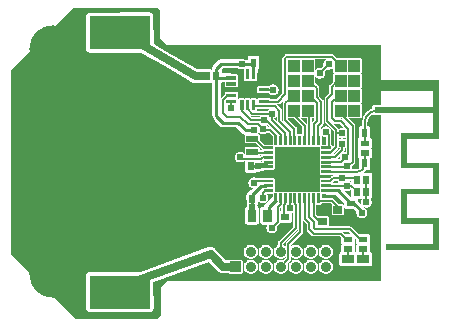
<source format=gbr>
G04 start of page 2 for group 0 idx 0 *
G04 Title: (unknown), top *
G04 Creator: pcb 20140316 *
G04 CreationDate: Mon Oct 20 11:42:40 2014 UTC *
G04 For: clemi *
G04 Format: Gerber/RS-274X *
G04 PCB-Dimensions (mil): 1470.00 1065.00 *
G04 PCB-Coordinate-Origin: lower left *
%MOIN*%
%FSLAX25Y25*%
%LNTOP*%
%ADD33C,0.0130*%
%ADD32C,0.0130*%
%ADD31C,0.0197*%
%ADD30C,0.0827*%
%ADD29C,0.0118*%
%ADD28C,0.0240*%
%ADD27C,0.6900*%
%ADD26R,0.0098X0.0098*%
%ADD25R,0.0256X0.0256*%
%ADD24R,0.0295X0.0295*%
%ADD23R,0.0197X0.0197*%
%ADD22R,0.0354X0.0354*%
%ADD21R,0.1098X0.1098*%
%ADD20R,0.0197X0.0197*%
%ADD19R,0.0118X0.0118*%
%ADD18C,0.0276*%
%ADD17C,0.0198*%
%ADD16C,0.0354*%
%ADD15C,0.1575*%
%ADD14C,0.0250*%
%ADD13C,0.0100*%
%ADD12C,0.0060*%
%ADD11C,0.0001*%
G54D11*G36*
X87221Y92500D02*X124800D01*
Y72510D01*
X122729Y72509D01*
X122606Y72480D01*
X122490Y72432D01*
X122383Y72366D01*
X122287Y72284D01*
X122205Y72188D01*
X122139Y72081D01*
X122091Y71965D01*
X122062Y71842D01*
X122054Y71717D01*
X122056Y71183D01*
X121823Y71109D01*
X121427Y70945D01*
X121048Y70748D01*
X120687Y70518D01*
X120347Y70257D01*
X120032Y69968D01*
X119743Y69653D01*
X119482Y69313D01*
X119252Y68952D01*
X119055Y68573D01*
X118891Y68177D01*
X118762Y67769D01*
X118670Y67352D01*
X118614Y66927D01*
X118595Y66500D01*
X118600Y66434D01*
Y65369D01*
X118285Y65368D01*
X118132Y65331D01*
X117987Y65271D01*
X117852Y65189D01*
X117733Y65086D01*
X117630Y64967D01*
X117548Y64832D01*
X117488Y64687D01*
X117451Y64534D01*
X117442Y64377D01*
X117451Y61466D01*
X117484Y61328D01*
X117414Y61267D01*
X117311Y61148D01*
X117229Y61013D01*
X117169Y60868D01*
X117132Y60715D01*
X117123Y60558D01*
X117132Y58433D01*
X117169Y58280D01*
X117229Y58135D01*
X117311Y58000D01*
X117312Y58000D01*
X117311Y58000D01*
X117229Y57865D01*
X117169Y57720D01*
X117132Y57567D01*
X117123Y57410D01*
X117132Y55285D01*
X117169Y55132D01*
X117229Y54987D01*
X117311Y54852D01*
X117414Y54733D01*
X117484Y54672D01*
X117451Y54534D01*
X117442Y54377D01*
X117451Y51466D01*
X117488Y51313D01*
X117548Y51168D01*
X117583Y51111D01*
X117547Y51096D01*
X117414Y51055D01*
X117278Y51024D01*
X117139Y51006D01*
X117000Y51000D01*
X117000Y51000D01*
X114999D01*
X115110Y51180D01*
X115218Y51442D01*
X115284Y51717D01*
X115301Y52000D01*
X115299Y52027D01*
X116111Y52839D01*
X116138Y52862D01*
X116230Y52969D01*
X116304Y53090D01*
X116359Y53221D01*
X116392Y53359D01*
X116403Y53500D01*
X116400Y53535D01*
Y65465D01*
X116403Y65500D01*
X116392Y65641D01*
X116392Y65641D01*
X116359Y65779D01*
X116304Y65910D01*
X116230Y66031D01*
X116138Y66138D01*
X116111Y66161D01*
X114341Y67932D01*
X118063Y67937D01*
X118154Y67959D01*
X118242Y67995D01*
X118322Y68045D01*
X118394Y68106D01*
X118455Y68178D01*
X118505Y68258D01*
X118541Y68346D01*
X118563Y68437D01*
X118569Y68531D01*
X118563Y72563D01*
X118541Y72654D01*
X118505Y72742D01*
X118455Y72822D01*
X118394Y72894D01*
X118322Y72955D01*
X118249Y73000D01*
X118322Y73045D01*
X118394Y73106D01*
X118455Y73178D01*
X118505Y73258D01*
X118541Y73346D01*
X118563Y73437D01*
X118569Y73531D01*
X118563Y77563D01*
X118541Y77654D01*
X118505Y77742D01*
X118455Y77822D01*
X118394Y77894D01*
X118322Y77955D01*
X118249Y78000D01*
X118322Y78045D01*
X118394Y78106D01*
X118455Y78178D01*
X118505Y78258D01*
X118541Y78346D01*
X118563Y78437D01*
X118569Y78531D01*
X118563Y82563D01*
X118541Y82654D01*
X118505Y82742D01*
X118455Y82822D01*
X118394Y82894D01*
X118322Y82955D01*
X118249Y83000D01*
X118322Y83045D01*
X118394Y83106D01*
X118455Y83178D01*
X118505Y83258D01*
X118541Y83346D01*
X118563Y83437D01*
X118569Y83531D01*
X118563Y87563D01*
X118541Y87654D01*
X118505Y87742D01*
X118455Y87822D01*
X118394Y87894D01*
X118322Y87955D01*
X118242Y88005D01*
X118154Y88041D01*
X118063Y88063D01*
X117969Y88069D01*
X113937Y88063D01*
X113846Y88041D01*
X113758Y88005D01*
X113750Y88000D01*
X113742Y88005D01*
X113654Y88041D01*
X113563Y88063D01*
X113469Y88069D01*
X110209Y88064D01*
X109161Y89111D01*
X109138Y89138D01*
X109031Y89230D01*
X108984Y89259D01*
X108910Y89304D01*
X108779Y89359D01*
X108641Y89392D01*
X108500Y89403D01*
X108465Y89400D01*
X93535D01*
X93500Y89403D01*
X93359Y89392D01*
X93221Y89359D01*
X93090Y89304D01*
X92969Y89230D01*
X92969Y89230D01*
X92862Y89138D01*
X92839Y89112D01*
X92289Y88561D01*
X92262Y88538D01*
X92170Y88431D01*
X92096Y88310D01*
X92041Y88179D01*
X92008Y88041D01*
X92008Y88041D01*
X91997Y87900D01*
X92000Y87865D01*
Y76273D01*
X90127Y74400D01*
X88134D01*
X88123Y74427D01*
X88074Y74507D01*
X88012Y74579D01*
X87940Y74640D01*
X87860Y74690D01*
X87773Y74726D01*
X87681Y74748D01*
X87587Y74754D01*
X87221Y74753D01*
Y76314D01*
X87644Y76315D01*
X87723Y76223D01*
X87938Y76038D01*
X88180Y75890D01*
X88442Y75782D01*
X88717Y75716D01*
X89000Y75693D01*
X89283Y75716D01*
X89558Y75782D01*
X89820Y75890D01*
X90062Y76038D01*
X90277Y76223D01*
X90462Y76438D01*
X90610Y76680D01*
X90718Y76942D01*
X90784Y77217D01*
X90801Y77500D01*
X90784Y77783D01*
X90718Y78058D01*
X90610Y78320D01*
X90462Y78562D01*
X90277Y78777D01*
X90062Y78962D01*
X89820Y79110D01*
X89558Y79218D01*
X89283Y79284D01*
X89000Y79307D01*
X88717Y79284D01*
X88442Y79218D01*
X88180Y79110D01*
X87938Y78962D01*
X87723Y78777D01*
X87645Y78687D01*
X87587Y78691D01*
X87221Y78690D01*
Y92500D01*
G37*
G36*
X106496Y28600D02*X111127D01*
X111625Y28102D01*
X111632Y26433D01*
X111669Y26280D01*
X111729Y26135D01*
X111811Y26000D01*
X111812Y26000D01*
X111811Y26000D01*
X111729Y25865D01*
X111669Y25720D01*
X111632Y25567D01*
X111623Y25410D01*
X111632Y23452D01*
X111577Y23429D01*
X111442Y23347D01*
X111323Y23244D01*
X111220Y23125D01*
X111138Y22990D01*
X111078Y22845D01*
X111041Y22692D01*
X111032Y22535D01*
X111041Y19426D01*
X111078Y19273D01*
X111138Y19128D01*
X111220Y18993D01*
X111323Y18874D01*
X111442Y18771D01*
X111577Y18689D01*
X111722Y18629D01*
X111875Y18592D01*
X112032Y18583D01*
X116125Y18592D01*
X116278Y18629D01*
X116423Y18689D01*
X116500Y18736D01*
X116577Y18689D01*
X116722Y18629D01*
X116875Y18592D01*
X117032Y18583D01*
X121125Y18592D01*
X121278Y18629D01*
X121423Y18689D01*
X121558Y18771D01*
X121677Y18874D01*
X121780Y18993D01*
X121862Y19128D01*
X121922Y19273D01*
X121959Y19426D01*
X121968Y19583D01*
X121959Y22692D01*
X121922Y22845D01*
X121862Y22990D01*
X121780Y23125D01*
X121677Y23244D01*
X121558Y23347D01*
X121423Y23429D01*
X121377Y23448D01*
X121368Y25567D01*
X121331Y25720D01*
X121271Y25865D01*
X121189Y26000D01*
X121188Y26000D01*
X121189Y26000D01*
X121271Y26135D01*
X121331Y26280D01*
X121368Y26433D01*
X121377Y26590D01*
X121368Y28715D01*
X121331Y28868D01*
X121271Y29013D01*
X121189Y29148D01*
X121086Y29267D01*
X120967Y29370D01*
X120832Y29452D01*
X120687Y29512D01*
X120534Y29549D01*
X120377Y29558D01*
X117466Y29549D01*
X117313Y29512D01*
X117276Y29497D01*
X115161Y31611D01*
X115138Y31638D01*
X115031Y31730D01*
X114910Y31804D01*
X114779Y31859D01*
X114641Y31892D01*
X114641Y31892D01*
X114500Y31903D01*
X114465Y31900D01*
X107405D01*
X107454Y31979D01*
X107490Y32066D01*
X107512Y32158D01*
X107517Y32252D01*
X107512Y34905D01*
X107490Y34997D01*
X107454Y35084D01*
X107404Y35165D01*
X107343Y35237D01*
X107271Y35298D01*
X107191Y35347D01*
X107103Y35383D01*
X107011Y35405D01*
X106917Y35411D01*
X106496Y35410D01*
Y39600D01*
X108127D01*
X108609Y39118D01*
X108596Y39102D01*
X108546Y39021D01*
X108510Y38934D01*
X108488Y38842D01*
X108483Y38748D01*
X108488Y36095D01*
X108510Y36003D01*
X108546Y35916D01*
X108596Y35835D01*
X108657Y35763D01*
X108729Y35702D01*
X108809Y35653D01*
X108897Y35617D01*
X108989Y35595D01*
X109083Y35589D01*
X112130Y35595D01*
X112221Y35617D01*
X112309Y35653D01*
X112389Y35702D01*
X112461Y35763D01*
X112522Y35835D01*
X112572Y35916D01*
X112608Y36003D01*
X112630Y36095D01*
X112635Y36189D01*
X112630Y38842D01*
X112608Y38934D01*
X112572Y39021D01*
X112522Y39102D01*
X112461Y39174D01*
X112389Y39235D01*
X112309Y39284D01*
X112221Y39320D01*
X112130Y39342D01*
X112035Y39348D01*
X110927Y39346D01*
X109161Y41111D01*
X109138Y41138D01*
X109031Y41230D01*
X108984Y41259D01*
X108910Y41304D01*
X108779Y41359D01*
X108641Y41392D01*
X108500Y41403D01*
X108465Y41400D01*
X106496D01*
Y42785D01*
X106616Y42683D01*
X106817Y42559D01*
X107035Y42469D01*
X107265Y42414D01*
X107500Y42400D01*
X109889D01*
X112627Y39723D01*
X112632Y38433D01*
X112669Y38280D01*
X112729Y38135D01*
X112811Y38000D01*
X112914Y37881D01*
X113033Y37778D01*
X113168Y37696D01*
X113313Y37636D01*
X113466Y37599D01*
X113623Y37590D01*
X115782Y37597D01*
X116707Y36672D01*
X116693Y36500D01*
X116716Y36217D01*
X116782Y35942D01*
X116890Y35680D01*
X117038Y35438D01*
X117223Y35223D01*
X117438Y35038D01*
X117680Y34890D01*
X117942Y34782D01*
X118217Y34716D01*
X118500Y34693D01*
X118783Y34716D01*
X119058Y34782D01*
X119320Y34890D01*
X119562Y35038D01*
X119777Y35223D01*
X119962Y35438D01*
X120110Y35680D01*
X120218Y35942D01*
X120284Y36217D01*
X120301Y36500D01*
X120284Y36783D01*
X120218Y37058D01*
X120110Y37320D01*
X119962Y37562D01*
X119797Y37755D01*
X119717Y37884D01*
X119564Y38064D01*
X119519Y38102D01*
X119267Y38354D01*
X119442Y38282D01*
X119717Y38216D01*
X120000Y38193D01*
X120283Y38216D01*
X120558Y38282D01*
X120820Y38390D01*
X121062Y38538D01*
X121277Y38723D01*
X121462Y38938D01*
X121610Y39180D01*
X121718Y39442D01*
X121784Y39717D01*
X121801Y40000D01*
X121784Y40283D01*
X121718Y40558D01*
X121610Y40820D01*
X121462Y41062D01*
X121369Y41170D01*
X121513Y41229D01*
X121648Y41311D01*
X121767Y41414D01*
X121870Y41533D01*
X121952Y41668D01*
X122012Y41813D01*
X122049Y41966D01*
X122058Y42123D01*
X122049Y45034D01*
X122012Y45187D01*
X121952Y45332D01*
X121870Y45467D01*
X121841Y45500D01*
X121870Y45533D01*
X121952Y45668D01*
X122012Y45813D01*
X122049Y45966D01*
X122058Y46123D01*
X122049Y49034D01*
X122012Y49187D01*
X121952Y49332D01*
X121870Y49467D01*
X121767Y49586D01*
X121648Y49689D01*
X121513Y49771D01*
X121368Y49831D01*
X121215Y49868D01*
X121058Y49877D01*
X119025Y49868D01*
X119188Y49993D01*
X119406Y50194D01*
X119607Y50412D01*
X119773Y50629D01*
X120567Y50632D01*
X120720Y50669D01*
X120865Y50729D01*
X121000Y50811D01*
X121119Y50914D01*
X121222Y51033D01*
X121304Y51168D01*
X121364Y51313D01*
X121401Y51466D01*
X121410Y51623D01*
X121401Y54534D01*
X121389Y54583D01*
X121467Y54630D01*
X121586Y54733D01*
X121689Y54852D01*
X121771Y54987D01*
X121831Y55132D01*
X121868Y55285D01*
X121877Y55442D01*
X121868Y57567D01*
X121831Y57720D01*
X121771Y57865D01*
X121689Y58000D01*
X121688Y58000D01*
X121689Y58000D01*
X121771Y58135D01*
X121831Y58280D01*
X121868Y58433D01*
X121877Y58590D01*
X121868Y60715D01*
X121831Y60868D01*
X121771Y61013D01*
X121689Y61148D01*
X121586Y61267D01*
X121467Y61370D01*
X121389Y61417D01*
X121401Y61466D01*
X121410Y61623D01*
X121401Y64534D01*
X121364Y64687D01*
X121304Y64832D01*
X121222Y64967D01*
X121119Y65086D01*
X121000Y65189D01*
X120865Y65271D01*
X120720Y65331D01*
X120567Y65368D01*
X120410Y65377D01*
X120400Y65377D01*
Y66450D01*
X120403Y66500D01*
X120412Y66770D01*
X120447Y67038D01*
X120506Y67302D01*
X120587Y67560D01*
X120690Y67810D01*
X120815Y68050D01*
X120961Y68278D01*
X121125Y68493D01*
X121308Y68692D01*
X121507Y68875D01*
X121722Y69039D01*
X121950Y69185D01*
X122186Y69308D01*
X122205Y69276D01*
X122287Y69181D01*
X122383Y69099D01*
X122490Y69033D01*
X122606Y68985D01*
X122729Y68955D01*
X122854Y68948D01*
X124800Y68949D01*
Y13600D01*
X106496D01*
Y16121D01*
X106500Y16121D01*
X106872Y16150D01*
X107235Y16237D01*
X107580Y16380D01*
X107898Y16575D01*
X108182Y16818D01*
X108425Y17102D01*
X108620Y17420D01*
X108763Y17765D01*
X108850Y18128D01*
X108872Y18500D01*
X108850Y18872D01*
X108763Y19235D01*
X108620Y19580D01*
X108425Y19898D01*
X108182Y20182D01*
X107898Y20425D01*
X107580Y20620D01*
X107235Y20763D01*
X106872Y20850D01*
X106500Y20879D01*
X106496Y20879D01*
Y21121D01*
X106500Y21121D01*
X106872Y21150D01*
X107235Y21237D01*
X107580Y21380D01*
X107898Y21575D01*
X108182Y21818D01*
X108425Y22102D01*
X108620Y22420D01*
X108763Y22765D01*
X108850Y23128D01*
X108872Y23500D01*
X108850Y23872D01*
X108763Y24235D01*
X108620Y24580D01*
X108425Y24898D01*
X108182Y25182D01*
X107898Y25425D01*
X107580Y25620D01*
X107235Y25763D01*
X106872Y25850D01*
X106500Y25879D01*
X106496Y25879D01*
Y28600D01*
G37*
G36*
Y41400D02*X105176D01*
X105174Y42821D01*
X106451Y42824D01*
X106496Y42785D01*
Y41400D01*
G37*
G36*
Y35410D02*X103870Y35405D01*
X103868Y35405D01*
X103400Y35873D01*
Y39211D01*
X103409Y39207D01*
X103500Y39185D01*
X103594Y39180D01*
X104673Y39185D01*
X104765Y39207D01*
X104852Y39243D01*
X104932Y39293D01*
X105004Y39354D01*
X105066Y39426D01*
X105115Y39506D01*
X105151Y39594D01*
X105153Y39600D01*
X106496D01*
Y35410D01*
G37*
G36*
X101496Y29231D02*X101839Y28888D01*
X101862Y28862D01*
X101969Y28770D01*
X101969Y28770D01*
X102090Y28696D01*
X102221Y28641D01*
X102359Y28608D01*
X102500Y28597D01*
X102535Y28600D01*
X106496D01*
Y25879D01*
X106128Y25850D01*
X105765Y25763D01*
X105420Y25620D01*
X105102Y25425D01*
X104818Y25182D01*
X104575Y24898D01*
X104380Y24580D01*
X104237Y24235D01*
X104150Y23872D01*
X104121Y23500D01*
X104150Y23128D01*
X104237Y22765D01*
X104380Y22420D01*
X104575Y22102D01*
X104818Y21818D01*
X105102Y21575D01*
X105420Y21380D01*
X105765Y21237D01*
X106128Y21150D01*
X106496Y21121D01*
Y20879D01*
X106128Y20850D01*
X105765Y20763D01*
X105420Y20620D01*
X105102Y20425D01*
X104818Y20182D01*
X104575Y19898D01*
X104380Y19580D01*
X104237Y19235D01*
X104150Y18872D01*
X104121Y18500D01*
X104150Y18128D01*
X104237Y17765D01*
X104380Y17420D01*
X104575Y17102D01*
X104818Y16818D01*
X105102Y16575D01*
X105420Y16380D01*
X105765Y16237D01*
X106128Y16150D01*
X106496Y16121D01*
Y13600D01*
X101496D01*
Y16121D01*
X101500Y16121D01*
X101872Y16150D01*
X102235Y16237D01*
X102580Y16380D01*
X102898Y16575D01*
X103182Y16818D01*
X103425Y17102D01*
X103620Y17420D01*
X103763Y17765D01*
X103850Y18128D01*
X103872Y18500D01*
X103850Y18872D01*
X103763Y19235D01*
X103620Y19580D01*
X103425Y19898D01*
X103182Y20182D01*
X102898Y20425D01*
X102580Y20620D01*
X102235Y20763D01*
X101872Y20850D01*
X101500Y20879D01*
X101496Y20879D01*
Y21121D01*
X101500Y21121D01*
X101872Y21150D01*
X102235Y21237D01*
X102580Y21380D01*
X102898Y21575D01*
X103182Y21818D01*
X103425Y22102D01*
X103620Y22420D01*
X103763Y22765D01*
X103850Y23128D01*
X103872Y23500D01*
X103850Y23872D01*
X103763Y24235D01*
X103620Y24580D01*
X103425Y24898D01*
X103182Y25182D01*
X102898Y25425D01*
X102580Y25620D01*
X102235Y25763D01*
X101872Y25850D01*
X101500Y25879D01*
X101496Y25879D01*
Y29231D01*
G37*
G36*
X96496Y21121D02*X96500Y21121D01*
X96872Y21150D01*
X97235Y21237D01*
X97580Y21380D01*
X97898Y21575D01*
X98182Y21818D01*
X98425Y22102D01*
X98620Y22420D01*
X98763Y22765D01*
X98850Y23128D01*
X98872Y23500D01*
X98850Y23872D01*
X98763Y24235D01*
X98620Y24580D01*
X98425Y24898D01*
X98182Y25182D01*
X97898Y25425D01*
X97580Y25620D01*
X97235Y25763D01*
X96872Y25850D01*
X96500Y25879D01*
X96496Y25879D01*
Y27224D01*
X98611Y29339D01*
X98638Y29362D01*
X98730Y29469D01*
X98804Y29590D01*
X98859Y29721D01*
X98892Y29859D01*
X98903Y30000D01*
X98900Y30035D01*
Y33827D01*
X100100Y32627D01*
Y31035D01*
X100097Y31000D01*
X100108Y30859D01*
X100141Y30721D01*
X100196Y30590D01*
X100270Y30469D01*
X100270Y30469D01*
X100362Y30362D01*
X100388Y30339D01*
X101496Y29231D01*
Y25879D01*
X101128Y25850D01*
X100765Y25763D01*
X100420Y25620D01*
X100102Y25425D01*
X99818Y25182D01*
X99575Y24898D01*
X99380Y24580D01*
X99237Y24235D01*
X99150Y23872D01*
X99121Y23500D01*
X99150Y23128D01*
X99237Y22765D01*
X99380Y22420D01*
X99575Y22102D01*
X99818Y21818D01*
X100102Y21575D01*
X100420Y21380D01*
X100765Y21237D01*
X101128Y21150D01*
X101496Y21121D01*
Y20879D01*
X101128Y20850D01*
X100765Y20763D01*
X100420Y20620D01*
X100102Y20425D01*
X99818Y20182D01*
X99575Y19898D01*
X99380Y19580D01*
X99237Y19235D01*
X99150Y18872D01*
X99121Y18500D01*
X99150Y18128D01*
X99237Y17765D01*
X99380Y17420D01*
X99575Y17102D01*
X99818Y16818D01*
X100102Y16575D01*
X100420Y16380D01*
X100765Y16237D01*
X101128Y16150D01*
X101496Y16121D01*
Y13600D01*
X96496D01*
Y16121D01*
X96500Y16121D01*
X96872Y16150D01*
X97235Y16237D01*
X97580Y16380D01*
X97898Y16575D01*
X98182Y16818D01*
X98425Y17102D01*
X98620Y17420D01*
X98763Y17765D01*
X98850Y18128D01*
X98872Y18500D01*
X98850Y18872D01*
X98763Y19235D01*
X98620Y19580D01*
X98425Y19898D01*
X98182Y20182D01*
X97898Y20425D01*
X97580Y20620D01*
X97235Y20763D01*
X96872Y20850D01*
X96500Y20879D01*
X96496Y20879D01*
Y21121D01*
G37*
G36*
Y25879D02*X96128Y25850D01*
X95765Y25763D01*
X95420Y25620D01*
X95102Y25425D01*
X94900Y25252D01*
Y25627D01*
X96496Y27224D01*
Y25879D01*
G37*
G36*
X87221Y30225D02*X87223Y30223D01*
X87438Y30038D01*
X87680Y29890D01*
X87942Y29782D01*
X88217Y29716D01*
X88500Y29693D01*
X88783Y29716D01*
X89058Y29782D01*
X89320Y29890D01*
X89562Y30038D01*
X89777Y30223D01*
X89962Y30438D01*
X90110Y30680D01*
X90218Y30942D01*
X90284Y31217D01*
X90301Y31500D01*
X90284Y31783D01*
X90240Y31967D01*
X91111Y32839D01*
X91138Y32862D01*
X91230Y32969D01*
X91304Y33090D01*
X91322Y33134D01*
X91466Y33099D01*
X91623Y33090D01*
X94534Y33099D01*
X94687Y33136D01*
X94832Y33196D01*
X94967Y33278D01*
X95086Y33381D01*
X95189Y33500D01*
X95271Y33635D01*
X95331Y33780D01*
X95368Y33933D01*
X95377Y34090D01*
X95368Y36215D01*
X95331Y36368D01*
X95321Y36391D01*
X95562Y36538D01*
X95600Y36571D01*
Y31873D01*
X90889Y27161D01*
X90862Y27138D01*
X90770Y27031D01*
X90696Y26910D01*
X90641Y26779D01*
X90608Y26641D01*
X90608Y26641D01*
X90597Y26500D01*
X90600Y26465D01*
Y25694D01*
X90420Y25620D01*
X90102Y25425D01*
X89818Y25182D01*
X89575Y24898D01*
X89380Y24580D01*
X89237Y24235D01*
X89150Y23872D01*
X89121Y23500D01*
X89150Y23128D01*
X89237Y22765D01*
X89380Y22420D01*
X89575Y22102D01*
X89818Y21818D01*
X90102Y21575D01*
X90420Y21380D01*
X90765Y21237D01*
X91128Y21150D01*
X91500Y21121D01*
X91872Y21150D01*
X92235Y21237D01*
X92580Y21380D01*
X92898Y21575D01*
X93100Y21748D01*
Y21373D01*
X92415Y20688D01*
X92235Y20763D01*
X91872Y20850D01*
X91500Y20879D01*
X91128Y20850D01*
X90765Y20763D01*
X90420Y20620D01*
X90102Y20425D01*
X89818Y20182D01*
X89575Y19898D01*
X89380Y19580D01*
X89237Y19235D01*
X89150Y18872D01*
X89121Y18500D01*
X89150Y18128D01*
X89237Y17765D01*
X89380Y17420D01*
X89575Y17102D01*
X89818Y16818D01*
X90102Y16575D01*
X90420Y16380D01*
X90765Y16237D01*
X91128Y16150D01*
X91500Y16121D01*
X91872Y16150D01*
X92235Y16237D01*
X92580Y16380D01*
X92898Y16575D01*
X93182Y16818D01*
X93425Y17102D01*
X93620Y17420D01*
X93763Y17765D01*
X93850Y18128D01*
X93872Y18500D01*
X93850Y18872D01*
X93763Y19235D01*
X93688Y19415D01*
X94611Y20339D01*
X94638Y20362D01*
X94730Y20469D01*
X94804Y20590D01*
X94859Y20721D01*
X94892Y20859D01*
X94903Y21000D01*
X94900Y21035D01*
Y21748D01*
X95102Y21575D01*
X95420Y21380D01*
X95765Y21237D01*
X96128Y21150D01*
X96496Y21121D01*
Y20879D01*
X96128Y20850D01*
X95765Y20763D01*
X95420Y20620D01*
X95102Y20425D01*
X94818Y20182D01*
X94575Y19898D01*
X94380Y19580D01*
X94237Y19235D01*
X94150Y18872D01*
X94121Y18500D01*
X94150Y18128D01*
X94237Y17765D01*
X94380Y17420D01*
X94575Y17102D01*
X94818Y16818D01*
X95102Y16575D01*
X95420Y16380D01*
X95765Y16237D01*
X96128Y16150D01*
X96496Y16121D01*
Y13600D01*
X87221D01*
Y16234D01*
X87235Y16237D01*
X87580Y16380D01*
X87898Y16575D01*
X88182Y16818D01*
X88425Y17102D01*
X88620Y17420D01*
X88763Y17765D01*
X88850Y18128D01*
X88872Y18500D01*
X88850Y18872D01*
X88763Y19235D01*
X88620Y19580D01*
X88425Y19898D01*
X88182Y20182D01*
X87898Y20425D01*
X87580Y20620D01*
X87235Y20763D01*
X87221Y20766D01*
Y21234D01*
X87235Y21237D01*
X87580Y21380D01*
X87898Y21575D01*
X88182Y21818D01*
X88425Y22102D01*
X88620Y22420D01*
X88763Y22765D01*
X88850Y23128D01*
X88872Y23500D01*
X88850Y23872D01*
X88763Y24235D01*
X88620Y24580D01*
X88425Y24898D01*
X88182Y25182D01*
X87898Y25425D01*
X87580Y25620D01*
X87235Y25763D01*
X87221Y25766D01*
Y30225D01*
G37*
G36*
Y40952D02*X87284Y41217D01*
X87301Y41500D01*
X87284Y41783D01*
X87221Y42048D01*
Y42824D01*
X88821Y42826D01*
X88823Y41843D01*
X88817Y41841D01*
X88616Y41717D01*
X88615Y41717D01*
X88436Y41564D01*
X88398Y41519D01*
X87221Y40342D01*
Y40952D01*
G37*
G36*
Y50682D02*X87246Y50698D01*
X89023Y50701D01*
X89115Y50723D01*
X89202Y50759D01*
X89283Y50808D01*
X89355Y50870D01*
X89416Y50942D01*
X89465Y51022D01*
X89502Y51109D01*
X89524Y51201D01*
X89529Y51295D01*
X89524Y52374D01*
X89502Y52466D01*
X89465Y52553D01*
X89452Y52575D01*
X89465Y52597D01*
X89502Y52684D01*
X89524Y52776D01*
X89529Y52870D01*
X89524Y53948D01*
X89502Y54040D01*
X89465Y54128D01*
X89452Y54150D01*
X89465Y54172D01*
X89502Y54259D01*
X89524Y54351D01*
X89529Y54445D01*
X89524Y55523D01*
X89502Y55615D01*
X89465Y55702D01*
X89452Y55724D01*
X89465Y55746D01*
X89502Y55834D01*
X89524Y55926D01*
X89529Y56020D01*
X89524Y57098D01*
X89502Y57190D01*
X89465Y57277D01*
X89452Y57299D01*
X89465Y57321D01*
X89502Y57409D01*
X89524Y57500D01*
X89529Y57594D01*
X89525Y58471D01*
X90500Y58476D01*
X90591Y58498D01*
X90679Y58535D01*
X90701Y58548D01*
X90723Y58535D01*
X90810Y58498D01*
X90902Y58476D01*
X90996Y58471D01*
X92074Y58476D01*
X92166Y58498D01*
X92254Y58535D01*
X92276Y58548D01*
X92298Y58535D01*
X92385Y58498D01*
X92477Y58476D01*
X92571Y58471D01*
X93649Y58476D01*
X93741Y58498D01*
X93828Y58535D01*
X93850Y58548D01*
X93872Y58535D01*
X93960Y58498D01*
X94052Y58476D01*
X94146Y58471D01*
X95224Y58476D01*
X95316Y58498D01*
X95403Y58535D01*
X95425Y58548D01*
X95447Y58535D01*
X95534Y58498D01*
X95626Y58476D01*
X95720Y58471D01*
X96799Y58476D01*
X96891Y58498D01*
X96978Y58535D01*
X97000Y58548D01*
X97022Y58535D01*
X97109Y58498D01*
X97201Y58476D01*
X97295Y58471D01*
X98374Y58476D01*
X98466Y58498D01*
X98553Y58535D01*
X98575Y58548D01*
X98597Y58535D01*
X98684Y58498D01*
X98776Y58476D01*
X98870Y58471D01*
X99948Y58476D01*
X100040Y58498D01*
X100128Y58535D01*
X100150Y58548D01*
X100172Y58535D01*
X100259Y58498D01*
X100351Y58476D01*
X100445Y58471D01*
X101523Y58476D01*
X101615Y58498D01*
X101702Y58535D01*
X101724Y58548D01*
X101746Y58535D01*
X101834Y58498D01*
X101926Y58476D01*
X102020Y58471D01*
X103098Y58476D01*
X103190Y58498D01*
X103277Y58535D01*
X103299Y58548D01*
X103321Y58535D01*
X103409Y58498D01*
X103500Y58476D01*
X103594Y58471D01*
X104471Y58475D01*
X104476Y57500D01*
X104498Y57409D01*
X104535Y57321D01*
X104548Y57299D01*
X104535Y57277D01*
X104498Y57190D01*
X104476Y57098D01*
X104471Y57004D01*
X104476Y55926D01*
X104498Y55834D01*
X104535Y55746D01*
X104548Y55724D01*
X104535Y55702D01*
X104498Y55615D01*
X104476Y55523D01*
X104471Y55429D01*
X104476Y54351D01*
X104498Y54259D01*
X104535Y54172D01*
X104548Y54150D01*
X104535Y54128D01*
X104498Y54040D01*
X104476Y53948D01*
X104471Y53854D01*
X104476Y52776D01*
X104498Y52684D01*
X104535Y52597D01*
X104548Y52575D01*
X104535Y52553D01*
X104498Y52466D01*
X104476Y52374D01*
X104471Y52280D01*
X104476Y51201D01*
X104498Y51109D01*
X104535Y51022D01*
X104548Y51000D01*
X104535Y50978D01*
X104498Y50891D01*
X104476Y50799D01*
X104471Y50705D01*
X104476Y49626D01*
X104498Y49534D01*
X104535Y49447D01*
X104584Y49367D01*
X104645Y49295D01*
X104717Y49234D01*
X104798Y49184D01*
X104885Y49148D01*
X104977Y49126D01*
X105071Y49120D01*
X108315Y49126D01*
X108406Y49148D01*
X108494Y49184D01*
X108519Y49200D01*
X110656D01*
X110538Y49062D01*
X110439Y48900D01*
X109035D01*
X109000Y48903D01*
X108859Y48892D01*
X108721Y48859D01*
X108590Y48804D01*
X108469Y48730D01*
X108469Y48730D01*
X108362Y48638D01*
X108339Y48612D01*
X107882Y48155D01*
X104977Y48150D01*
X104885Y48128D01*
X104798Y48091D01*
X104717Y48042D01*
X104645Y47981D01*
X104584Y47909D01*
X104535Y47828D01*
X104498Y47741D01*
X104476Y47649D01*
X104471Y47555D01*
X104476Y46477D01*
X104498Y46385D01*
X104535Y46298D01*
X104548Y46276D01*
X104535Y46254D01*
X104498Y46166D01*
X104476Y46074D01*
X104471Y45980D01*
X104476Y44902D01*
X104498Y44810D01*
X104535Y44723D01*
X104548Y44701D01*
X104535Y44679D01*
X104498Y44591D01*
X104476Y44500D01*
X104471Y44406D01*
X104475Y43529D01*
X103500Y43524D01*
X103409Y43502D01*
X103321Y43465D01*
X103299Y43452D01*
X103277Y43465D01*
X103190Y43502D01*
X103098Y43524D01*
X103004Y43529D01*
X101926Y43524D01*
X101834Y43502D01*
X101746Y43465D01*
X101724Y43452D01*
X101702Y43465D01*
X101615Y43502D01*
X101523Y43524D01*
X101429Y43529D01*
X100351Y43524D01*
X100259Y43502D01*
X100172Y43465D01*
X100150Y43452D01*
X100128Y43465D01*
X100040Y43502D01*
X99948Y43524D01*
X99854Y43529D01*
X98776Y43524D01*
X98684Y43502D01*
X98597Y43465D01*
X98575Y43452D01*
X98553Y43465D01*
X98466Y43502D01*
X98374Y43524D01*
X98280Y43529D01*
X97201Y43524D01*
X97109Y43502D01*
X97022Y43465D01*
X97000Y43452D01*
X96978Y43465D01*
X96891Y43502D01*
X96799Y43524D01*
X96705Y43529D01*
X95626Y43524D01*
X95534Y43502D01*
X95447Y43465D01*
X95425Y43452D01*
X95403Y43465D01*
X95316Y43502D01*
X95224Y43524D01*
X95130Y43529D01*
X94052Y43524D01*
X93960Y43502D01*
X93872Y43465D01*
X93850Y43452D01*
X93828Y43465D01*
X93741Y43502D01*
X93649Y43524D01*
X93555Y43529D01*
X92477Y43524D01*
X92385Y43502D01*
X92298Y43465D01*
X92276Y43452D01*
X92254Y43465D01*
X92166Y43502D01*
X92074Y43524D01*
X91980Y43529D01*
X90902Y43524D01*
X90810Y43502D01*
X90723Y43465D01*
X90701Y43452D01*
X90679Y43465D01*
X90591Y43502D01*
X90500Y43524D01*
X90406Y43529D01*
X89529Y43525D01*
X89524Y44500D01*
X89502Y44591D01*
X89465Y44679D01*
X89452Y44701D01*
X89465Y44723D01*
X89502Y44810D01*
X89524Y44902D01*
X89529Y44996D01*
X89524Y46074D01*
X89502Y46166D01*
X89465Y46254D01*
X89452Y46276D01*
X89465Y46298D01*
X89502Y46385D01*
X89524Y46477D01*
X89529Y46571D01*
X89524Y47649D01*
X89502Y47741D01*
X89465Y47828D01*
X89416Y47909D01*
X89355Y47981D01*
X89283Y48042D01*
X89202Y48091D01*
X89115Y48128D01*
X89023Y48150D01*
X88929Y48155D01*
X87221Y48152D01*
Y50682D01*
G37*
G36*
Y42048D02*X87218Y42058D01*
X87110Y42320D01*
X86962Y42562D01*
X86777Y42777D01*
X86724Y42823D01*
X87221Y42824D01*
Y42048D01*
G37*
G36*
X52786Y93114D02*X53400Y92500D01*
X87221D01*
Y78690D01*
X84146Y78685D01*
X84054Y78663D01*
X83967Y78627D01*
X83886Y78577D01*
X83815Y78516D01*
X83753Y78444D01*
X83704Y78364D01*
X83668Y78277D01*
X83646Y78185D01*
X83640Y78091D01*
X83646Y76815D01*
X83668Y76723D01*
X83704Y76636D01*
X83753Y76556D01*
X83815Y76484D01*
X83886Y76423D01*
X83967Y76373D01*
X84054Y76337D01*
X84146Y76315D01*
X84240Y76309D01*
X87221Y76314D01*
Y74753D01*
X84146Y74748D01*
X84054Y74726D01*
X83967Y74690D01*
X83886Y74640D01*
X83815Y74579D01*
X83753Y74507D01*
X83704Y74427D01*
X83668Y74340D01*
X83646Y74248D01*
X83643Y74195D01*
X83631Y74241D01*
X83595Y74328D01*
X83546Y74409D01*
X83485Y74481D01*
X83413Y74542D01*
X83332Y74591D01*
X83245Y74628D01*
X83153Y74650D01*
X83059Y74655D01*
X81784Y74650D01*
X81692Y74628D01*
X81605Y74591D01*
X81524Y74542D01*
X81484Y74508D01*
X81444Y74542D01*
X81364Y74591D01*
X81277Y74628D01*
X81185Y74650D01*
X81091Y74655D01*
X79815Y74650D01*
X79723Y74628D01*
X79636Y74591D01*
X79556Y74542D01*
X79516Y74508D01*
X79476Y74542D01*
X79395Y74591D01*
X79308Y74628D01*
X79216Y74650D01*
X79122Y74655D01*
X77847Y74650D01*
X77755Y74628D01*
X77668Y74591D01*
X77587Y74542D01*
X77515Y74481D01*
X77454Y74409D01*
X77405Y74328D01*
X77369Y74241D01*
X77355Y74183D01*
X77354Y74248D01*
X77332Y74340D01*
X77296Y74427D01*
X77247Y74507D01*
X77213Y74547D01*
X77247Y74587D01*
X77296Y74668D01*
X77332Y74755D01*
X77354Y74847D01*
X77360Y74941D01*
X77354Y76216D01*
X77332Y76308D01*
X77296Y76395D01*
X77247Y76476D01*
X77185Y76548D01*
X77114Y76609D01*
X77033Y76658D01*
X76946Y76694D01*
X76854Y76716D01*
X76760Y76722D01*
X73319Y76716D01*
X73227Y76694D01*
X73140Y76658D01*
X73060Y76609D01*
X72988Y76548D01*
X72926Y76476D01*
X72877Y76395D01*
X72841Y76308D01*
X72819Y76216D01*
X72813Y76122D01*
X72814Y76086D01*
X71589Y74861D01*
X71562Y74838D01*
X71500Y74766D01*
Y79724D01*
X71513Y79729D01*
X71648Y79811D01*
X71767Y79914D01*
X71841Y80000D01*
X72814D01*
X72819Y78784D01*
X72841Y78692D01*
X72877Y78605D01*
X72926Y78524D01*
X72988Y78452D01*
X73060Y78391D01*
X73140Y78342D01*
X73227Y78306D01*
X73319Y78284D01*
X73413Y78278D01*
X76854Y78284D01*
X76946Y78306D01*
X77033Y78342D01*
X77114Y78391D01*
X77185Y78452D01*
X77247Y78524D01*
X77296Y78605D01*
X77332Y78692D01*
X77354Y78784D01*
X77360Y78878D01*
X77354Y80153D01*
X77332Y80245D01*
X77296Y80332D01*
X77247Y80413D01*
X77213Y80453D01*
X77247Y80493D01*
X77296Y80573D01*
X77332Y80660D01*
X77354Y80752D01*
X77360Y80846D01*
X77354Y82122D01*
X77332Y82214D01*
X77296Y82301D01*
X77247Y82381D01*
X77185Y82453D01*
X77114Y82514D01*
X77033Y82564D01*
X76946Y82600D01*
X76854Y82622D01*
X76760Y82628D01*
X75392Y82625D01*
X75284Y82717D01*
X75083Y82841D01*
X74865Y82931D01*
X74635Y82986D01*
X74400Y83000D01*
X72050D01*
X72049Y83534D01*
X72012Y83687D01*
X71952Y83832D01*
X71870Y83967D01*
X71767Y84086D01*
X71735Y84114D01*
X72221Y84600D01*
X77366D01*
X77438Y84538D01*
X77680Y84390D01*
X77942Y84282D01*
X78217Y84216D01*
X78500Y84193D01*
X78783Y84216D01*
X79058Y84282D01*
X79316Y84389D01*
X79315Y84385D01*
X79309Y84291D01*
X79315Y80851D01*
X79337Y80759D01*
X79373Y80672D01*
X79423Y80591D01*
X79484Y80519D01*
X79556Y80458D01*
X79636Y80409D01*
X79723Y80372D01*
X79815Y80350D01*
X79909Y80345D01*
X81185Y80350D01*
X81277Y80372D01*
X81364Y80409D01*
X81444Y80458D01*
X81484Y80492D01*
X81524Y80458D01*
X81605Y80409D01*
X81692Y80372D01*
X81784Y80350D01*
X81878Y80345D01*
X83153Y80350D01*
X83245Y80372D01*
X83332Y80409D01*
X83413Y80458D01*
X83485Y80519D01*
X83546Y80591D01*
X83595Y80672D01*
X83631Y80759D01*
X83653Y80851D01*
X83659Y80945D01*
X83656Y82779D01*
X83741Y82917D01*
X83831Y83135D01*
X83886Y83365D01*
X83900Y83600D01*
Y84250D01*
X84000Y84311D01*
X84119Y84414D01*
X84222Y84533D01*
X84304Y84668D01*
X84364Y84813D01*
X84401Y84966D01*
X84410Y85123D01*
X84401Y88034D01*
X84364Y88187D01*
X84304Y88332D01*
X84222Y88467D01*
X84119Y88586D01*
X84000Y88689D01*
X83865Y88771D01*
X83720Y88831D01*
X83567Y88868D01*
X83410Y88877D01*
X81285Y88868D01*
X81132Y88831D01*
X80987Y88771D01*
X80852Y88689D01*
X80733Y88586D01*
X80630Y88467D01*
X80548Y88332D01*
X80488Y88187D01*
X80451Y88034D01*
X80442Y87877D01*
X80443Y87500D01*
X79499D01*
X79320Y87610D01*
X79058Y87718D01*
X78783Y87784D01*
X78500Y87807D01*
X78217Y87784D01*
X77942Y87718D01*
X77680Y87610D01*
X77664Y87600D01*
X71659D01*
X71600Y87605D01*
X71365Y87586D01*
X71135Y87531D01*
X70917Y87441D01*
X70716Y87317D01*
X70715Y87317D01*
X70536Y87164D01*
X70498Y87119D01*
X68981Y85602D01*
X68936Y85564D01*
X68783Y85384D01*
X68659Y85183D01*
X68569Y84965D01*
X68514Y84735D01*
X68514Y84735D01*
X68495Y84500D01*
X68500Y84441D01*
Y84188D01*
X68500Y84189D01*
X68365Y84271D01*
X68220Y84331D01*
X68067Y84368D01*
X67910Y84377D01*
X65785Y84368D01*
X65632Y84331D01*
X65487Y84271D01*
X65453Y84250D01*
X63623D01*
X52786Y90552D01*
Y93114D01*
G37*
G36*
X81496Y59583D02*X83142Y59585D01*
X85185Y57542D01*
X85185Y57500D01*
X85207Y57409D01*
X85211Y57400D01*
X84564D01*
X84563Y57913D01*
X84541Y58005D01*
X84505Y58092D01*
X84455Y58173D01*
X84394Y58244D01*
X84322Y58306D01*
X84242Y58355D01*
X84154Y58391D01*
X84063Y58413D01*
X83969Y58419D01*
X81496Y58415D01*
Y59583D01*
G37*
G36*
Y32535D02*X83574Y32541D01*
X83727Y32578D01*
X83872Y32638D01*
X84007Y32720D01*
X84126Y32823D01*
X84229Y32942D01*
X84311Y33077D01*
X84371Y33222D01*
X84408Y33375D01*
X84417Y33532D01*
X84408Y37625D01*
X84371Y37778D01*
X84311Y37923D01*
X84229Y38058D01*
X84126Y38177D01*
X84007Y38280D01*
X83872Y38362D01*
X83795Y38394D01*
X83801Y38500D01*
X83784Y38783D01*
X83755Y38903D01*
X83767Y38914D01*
X83870Y39033D01*
X83952Y39168D01*
X84012Y39313D01*
X84049Y39466D01*
X84058Y39623D01*
X84055Y40418D01*
X84223Y40223D01*
X84438Y40038D01*
X84680Y39890D01*
X84942Y39782D01*
X85217Y39716D01*
X85500Y39693D01*
X85783Y39716D01*
X86058Y39782D01*
X86320Y39890D01*
X86562Y40038D01*
X86777Y40223D01*
X86962Y40438D01*
X87110Y40680D01*
X87218Y40942D01*
X87221Y40952D01*
Y40342D01*
X86481Y39602D01*
X86436Y39564D01*
X86283Y39384D01*
X86159Y39183D01*
X86069Y38965D01*
X86014Y38735D01*
X86014Y38735D01*
X85995Y38500D01*
X85998Y38460D01*
X85426Y38459D01*
X85273Y38422D01*
X85128Y38362D01*
X84993Y38280D01*
X84874Y38177D01*
X84771Y38058D01*
X84689Y37923D01*
X84629Y37778D01*
X84592Y37625D01*
X84583Y37468D01*
X84592Y33375D01*
X84629Y33222D01*
X84689Y33077D01*
X84771Y32942D01*
X84874Y32823D01*
X84993Y32720D01*
X85128Y32638D01*
X85273Y32578D01*
X85426Y32541D01*
X85583Y32532D01*
X87023Y32536D01*
X86890Y32320D01*
X86782Y32058D01*
X86716Y31783D01*
X86693Y31500D01*
X86716Y31217D01*
X86782Y30942D01*
X86890Y30680D01*
X87038Y30438D01*
X87221Y30225D01*
Y25766D01*
X86872Y25850D01*
X86500Y25879D01*
X86128Y25850D01*
X85765Y25763D01*
X85420Y25620D01*
X85102Y25425D01*
X84818Y25182D01*
X84575Y24898D01*
X84380Y24580D01*
X84237Y24235D01*
X84150Y23872D01*
X84121Y23500D01*
X84150Y23128D01*
X84237Y22765D01*
X84380Y22420D01*
X84575Y22102D01*
X84818Y21818D01*
X85102Y21575D01*
X85420Y21380D01*
X85765Y21237D01*
X86128Y21150D01*
X86500Y21121D01*
X86872Y21150D01*
X87221Y21234D01*
Y20766D01*
X86872Y20850D01*
X86500Y20879D01*
X86128Y20850D01*
X85765Y20763D01*
X85420Y20620D01*
X85102Y20425D01*
X84818Y20182D01*
X84575Y19898D01*
X84380Y19580D01*
X84237Y19235D01*
X84150Y18872D01*
X84121Y18500D01*
X84150Y18128D01*
X84237Y17765D01*
X84380Y17420D01*
X84575Y17102D01*
X84818Y16818D01*
X85102Y16575D01*
X85420Y16380D01*
X85765Y16237D01*
X86128Y16150D01*
X86500Y16121D01*
X86872Y16150D01*
X87221Y16234D01*
Y13600D01*
X81496D01*
Y16121D01*
X81500Y16121D01*
X81872Y16150D01*
X82235Y16237D01*
X82580Y16380D01*
X82898Y16575D01*
X83182Y16818D01*
X83425Y17102D01*
X83620Y17420D01*
X83763Y17765D01*
X83850Y18128D01*
X83872Y18500D01*
X83850Y18872D01*
X83763Y19235D01*
X83620Y19580D01*
X83425Y19898D01*
X83182Y20182D01*
X82898Y20425D01*
X82580Y20620D01*
X82235Y20763D01*
X81872Y20850D01*
X81500Y20879D01*
X81496Y20879D01*
Y21121D01*
X81500Y21121D01*
X81872Y21150D01*
X82235Y21237D01*
X82580Y21380D01*
X82898Y21575D01*
X83182Y21818D01*
X83425Y22102D01*
X83620Y22420D01*
X83763Y22765D01*
X83850Y23128D01*
X83872Y23500D01*
X83850Y23872D01*
X83763Y24235D01*
X83620Y24580D01*
X83425Y24898D01*
X83182Y25182D01*
X82898Y25425D01*
X82580Y25620D01*
X82235Y25763D01*
X81872Y25850D01*
X81500Y25879D01*
X81496Y25879D01*
Y32535D01*
G37*
G36*
Y45003D02*X81680Y44890D01*
X81942Y44782D01*
X82118Y44740D01*
X81496Y44118D01*
Y45003D01*
G37*
G36*
Y49627D02*X82715Y49632D01*
X82868Y49669D01*
X83013Y49729D01*
X83148Y49811D01*
X83267Y49914D01*
X83370Y50033D01*
X83452Y50168D01*
X83494Y50269D01*
X83717Y50216D01*
X84000Y50193D01*
X84283Y50216D01*
X84558Y50282D01*
X84820Y50390D01*
X84999Y50500D01*
X86441D01*
X86500Y50495D01*
X86735Y50514D01*
X86735Y50514D01*
X86965Y50569D01*
X87183Y50659D01*
X87221Y50682D01*
Y48152D01*
X85685Y48150D01*
X85594Y48128D01*
X85506Y48091D01*
X85426Y48042D01*
X85354Y47981D01*
X85293Y47909D01*
X85287Y47900D01*
X83634D01*
X83562Y47962D01*
X83320Y48110D01*
X83058Y48218D01*
X82783Y48284D01*
X82500Y48307D01*
X82217Y48284D01*
X81942Y48218D01*
X81680Y48110D01*
X81496Y47997D01*
Y49627D01*
G37*
G36*
X79431Y57819D02*X79436Y56092D01*
X79277Y56277D01*
X79062Y56462D01*
X78820Y56610D01*
X78558Y56718D01*
X78283Y56784D01*
X78000Y56807D01*
X77717Y56784D01*
X77442Y56718D01*
X77180Y56610D01*
X76938Y56462D01*
X76723Y56277D01*
X76538Y56062D01*
X76390Y55820D01*
X76282Y55558D01*
X76216Y55283D01*
X76193Y55000D01*
X76216Y54717D01*
X76282Y54442D01*
X76390Y54180D01*
X76538Y53938D01*
X76723Y53723D01*
X76938Y53538D01*
X77180Y53390D01*
X77442Y53282D01*
X77717Y53216D01*
X78000Y53193D01*
X78283Y53216D01*
X78558Y53282D01*
X78820Y53390D01*
X79062Y53538D01*
X79134Y53600D01*
X79615D01*
X79599Y53534D01*
X79590Y53377D01*
X79599Y50466D01*
X79636Y50313D01*
X79696Y50168D01*
X79778Y50033D01*
X79881Y49914D01*
X80000Y49811D01*
X80135Y49729D01*
X80280Y49669D01*
X80433Y49632D01*
X80590Y49623D01*
X81496Y49627D01*
Y47997D01*
X81438Y47962D01*
X81223Y47777D01*
X81038Y47562D01*
X80890Y47320D01*
X80782Y47058D01*
X80716Y46783D01*
X80693Y46500D01*
X80716Y46217D01*
X80782Y45942D01*
X80890Y45680D01*
X81038Y45438D01*
X81223Y45223D01*
X81438Y45038D01*
X81496Y45003D01*
Y44118D01*
X80981Y43602D01*
X80936Y43564D01*
X80783Y43384D01*
X80740Y43314D01*
X80635Y43271D01*
X80500Y43189D01*
X80381Y43086D01*
X80278Y42967D01*
X80196Y42832D01*
X80136Y42687D01*
X80099Y42534D01*
X80090Y42377D01*
X80099Y39466D01*
X80136Y39313D01*
X80196Y39168D01*
X80277Y39036D01*
X80216Y38783D01*
X80193Y38500D01*
X80199Y38432D01*
X80155Y38422D01*
X80010Y38362D01*
X79875Y38280D01*
X79756Y38177D01*
X79653Y38058D01*
X79571Y37923D01*
X79511Y37778D01*
X79474Y37625D01*
X79465Y37468D01*
X79474Y33375D01*
X79511Y33222D01*
X79571Y33077D01*
X79653Y32942D01*
X79756Y32823D01*
X79875Y32720D01*
X80010Y32638D01*
X80155Y32578D01*
X80308Y32541D01*
X80465Y32532D01*
X81496Y32535D01*
Y25879D01*
X81128Y25850D01*
X80765Y25763D01*
X80420Y25620D01*
X80102Y25425D01*
X79818Y25182D01*
X79575Y24898D01*
X79380Y24580D01*
X79237Y24235D01*
X79150Y23872D01*
X79121Y23500D01*
X79150Y23128D01*
X79237Y22765D01*
X79380Y22420D01*
X79575Y22102D01*
X79818Y21818D01*
X80102Y21575D01*
X80420Y21380D01*
X80765Y21237D01*
X81128Y21150D01*
X81496Y21121D01*
Y20879D01*
X81128Y20850D01*
X80765Y20763D01*
X80420Y20620D01*
X80102Y20425D01*
X79818Y20182D01*
X79575Y19898D01*
X79380Y19580D01*
X79237Y19235D01*
X79150Y18872D01*
X79121Y18500D01*
X79150Y18128D01*
X79237Y17765D01*
X79380Y17420D01*
X79575Y17102D01*
X79818Y16818D01*
X80102Y16575D01*
X80420Y16380D01*
X80765Y16237D01*
X81128Y16150D01*
X81496Y16121D01*
Y13600D01*
X53500D01*
X52786Y12886D01*
Y14837D01*
X67505Y20189D01*
X70638Y16981D01*
X70704Y16904D01*
X70906Y16731D01*
X70952Y16690D01*
X70963Y16683D01*
X70973Y16674D01*
X71113Y16589D01*
X71252Y16501D01*
X71264Y16496D01*
X71275Y16489D01*
X71426Y16427D01*
X71577Y16362D01*
X71590Y16359D01*
X71603Y16354D01*
X71761Y16315D01*
X71921Y16275D01*
X71934Y16274D01*
X71947Y16271D01*
X72008Y16267D01*
X72273Y16243D01*
X72375Y16250D01*
X74365D01*
X74375Y16241D01*
X74455Y16192D01*
X74542Y16156D01*
X74634Y16134D01*
X74728Y16128D01*
X78366Y16134D01*
X78458Y16156D01*
X78545Y16192D01*
X78625Y16241D01*
X78697Y16303D01*
X78759Y16375D01*
X78808Y16455D01*
X78844Y16542D01*
X78866Y16634D01*
X78872Y16728D01*
X78866Y20366D01*
X78844Y20458D01*
X78808Y20545D01*
X78759Y20625D01*
X78697Y20697D01*
X78625Y20759D01*
X78545Y20808D01*
X78458Y20844D01*
X78366Y20866D01*
X78272Y20872D01*
X74634Y20866D01*
X74542Y20844D01*
X74455Y20808D01*
X74375Y20759D01*
X74365Y20750D01*
X73248D01*
X69734Y24347D01*
X69640Y24450D01*
X69513Y24551D01*
X69448Y24610D01*
X69404Y24638D01*
X69363Y24671D01*
X69254Y24732D01*
X69148Y24799D01*
X69100Y24819D01*
X69054Y24845D01*
X68937Y24889D01*
X68823Y24938D01*
X68772Y24951D01*
X68723Y24969D01*
X68600Y24994D01*
X68479Y25025D01*
X68427Y25030D01*
X68376Y25040D01*
X68251Y25046D01*
X68127Y25057D01*
X68074Y25053D01*
X68022Y25056D01*
X67898Y25041D01*
X67773Y25033D01*
X67722Y25022D01*
X67670Y25016D01*
X67586Y24990D01*
X67428Y24955D01*
X67298Y24902D01*
X52786Y19625D01*
Y85346D01*
X61369Y80355D01*
X61685Y80196D01*
X61790Y80164D01*
X62075Y79989D01*
X62403Y79854D01*
X62747Y79771D01*
X63100Y79750D01*
X65453D01*
X65487Y79729D01*
X65632Y79669D01*
X65785Y79632D01*
X65942Y79623D01*
X68067Y79632D01*
X68220Y79669D01*
X68365Y79729D01*
X68500Y79811D01*
X68500Y79812D01*
Y68759D01*
X68495Y68700D01*
X68514Y68465D01*
X68569Y68235D01*
X68659Y68017D01*
X68783Y67816D01*
X68936Y67636D01*
X68981Y67598D01*
X71098Y65481D01*
X71136Y65436D01*
X71315Y65283D01*
X71316Y65283D01*
X71517Y65159D01*
X71735Y65069D01*
X71965Y65014D01*
X72200Y64995D01*
X72259Y65000D01*
X76679D01*
X78698Y62981D01*
X78736Y62936D01*
X78916Y62783D01*
X79117Y62659D01*
X79335Y62569D01*
X79555Y62516D01*
X79545Y62503D01*
X79495Y62423D01*
X79459Y62336D01*
X79437Y62244D01*
X79431Y62150D01*
X79437Y60087D01*
X79459Y59995D01*
X79495Y59908D01*
X79545Y59827D01*
X79606Y59756D01*
X79678Y59694D01*
X79758Y59645D01*
X79846Y59609D01*
X79937Y59587D01*
X80031Y59581D01*
X81496Y59583D01*
Y58415D01*
X79937Y58413D01*
X79846Y58391D01*
X79758Y58355D01*
X79678Y58306D01*
X79606Y58244D01*
X79545Y58173D01*
X79495Y58092D01*
X79459Y58005D01*
X79437Y57913D01*
X79431Y57819D01*
G37*
G36*
X52786Y12886D02*X51500Y11600D01*
Y2100D01*
X50400Y1000D01*
X23200D01*
X1500Y22700D01*
Y84000D01*
X22200Y104700D01*
X50400D01*
X51200Y103900D01*
Y94700D01*
X52786Y93114D01*
Y90552D01*
X49098Y92696D01*
X49089Y102228D01*
X49045Y102412D01*
X48972Y102587D01*
X48874Y102748D01*
X48751Y102891D01*
X48608Y103014D01*
X48446Y103113D01*
X48272Y103185D01*
X48088Y103229D01*
X47900Y103240D01*
X27712Y103229D01*
X27528Y103185D01*
X27354Y103113D01*
X27192Y103014D01*
X27049Y102891D01*
X26926Y102748D01*
X26827Y102587D01*
X26755Y102412D01*
X26711Y102228D01*
X26700Y102040D01*
X26711Y90868D01*
X26755Y90684D01*
X26827Y90509D01*
X26926Y90348D01*
X27049Y90205D01*
X27192Y90082D01*
X27354Y89983D01*
X27528Y89911D01*
X27712Y89867D01*
X27900Y89856D01*
X45015Y89865D01*
X52786Y85346D01*
Y19625D01*
X44858Y16742D01*
X27712Y16733D01*
X27528Y16689D01*
X27354Y16617D01*
X27192Y16518D01*
X27049Y16395D01*
X26926Y16252D01*
X26827Y16091D01*
X26755Y15916D01*
X26711Y15732D01*
X26700Y15544D01*
X26711Y4372D01*
X26755Y4188D01*
X26827Y4013D01*
X26926Y3852D01*
X27049Y3709D01*
X27192Y3586D01*
X27354Y3487D01*
X27528Y3415D01*
X27712Y3371D01*
X27900Y3360D01*
X48088Y3371D01*
X48272Y3415D01*
X48446Y3487D01*
X48608Y3586D01*
X48751Y3709D01*
X48874Y3852D01*
X48972Y4013D01*
X49045Y4188D01*
X49089Y4372D01*
X49100Y4560D01*
X49091Y13494D01*
X52786Y14837D01*
Y12886D01*
G37*
G36*
X79615Y53600D02*X79599Y53534D01*
X79590Y53377D01*
X79599Y50466D01*
X79636Y50313D01*
X79696Y50168D01*
X79778Y50033D01*
X79881Y49914D01*
X80000Y49811D01*
X80135Y49729D01*
X80280Y49669D01*
X80433Y49632D01*
X80590Y49623D01*
X82715Y49632D01*
X82868Y49669D01*
X83013Y49729D01*
X83148Y49811D01*
X83267Y49914D01*
X83370Y50033D01*
X83452Y50168D01*
X83494Y50269D01*
X83717Y50216D01*
X84000Y50193D01*
X84283Y50216D01*
X84558Y50282D01*
X84820Y50390D01*
X84999Y50500D01*
X86441D01*
X86500Y50495D01*
X86735Y50514D01*
X86735Y50514D01*
X86965Y50569D01*
X87183Y50659D01*
X87246Y50698D01*
X89023Y50701D01*
X89115Y50723D01*
X89202Y50759D01*
X89283Y50808D01*
X89355Y50870D01*
X89416Y50942D01*
X89465Y51022D01*
X89502Y51109D01*
X89524Y51201D01*
X89529Y51295D01*
X89524Y52374D01*
X89502Y52466D01*
X89465Y52553D01*
X89452Y52575D01*
X89465Y52597D01*
X89502Y52684D01*
X89524Y52776D01*
X89529Y52870D01*
X89524Y53948D01*
X89502Y54040D01*
X89465Y54128D01*
X89452Y54150D01*
X89465Y54172D01*
X89502Y54259D01*
X89524Y54351D01*
X89529Y54445D01*
X89524Y55523D01*
X89502Y55615D01*
X89465Y55702D01*
X89452Y55724D01*
X89465Y55746D01*
X89502Y55834D01*
X89524Y55926D01*
X89529Y56020D01*
X89524Y57098D01*
X89502Y57190D01*
X89465Y57277D01*
X89452Y57299D01*
X89465Y57321D01*
X89502Y57409D01*
X89524Y57500D01*
X89529Y57594D01*
X89525Y58471D01*
X90500Y58476D01*
X90591Y58498D01*
X90679Y58535D01*
X90701Y58548D01*
X90723Y58535D01*
X90810Y58498D01*
X90902Y58476D01*
X90996Y58471D01*
X92074Y58476D01*
X92166Y58498D01*
X92254Y58535D01*
X92276Y58548D01*
X92298Y58535D01*
X92385Y58498D01*
X92477Y58476D01*
X92571Y58471D01*
X93649Y58476D01*
X93741Y58498D01*
X93828Y58535D01*
X93850Y58548D01*
X93872Y58535D01*
X93960Y58498D01*
X94052Y58476D01*
X94146Y58471D01*
X95224Y58476D01*
X95316Y58498D01*
X95403Y58535D01*
X95425Y58548D01*
X95447Y58535D01*
X95534Y58498D01*
X95626Y58476D01*
X95720Y58471D01*
X96799Y58476D01*
X96891Y58498D01*
X96978Y58535D01*
X97000Y58548D01*
X97022Y58535D01*
X97109Y58498D01*
X97201Y58476D01*
X97295Y58471D01*
X98374Y58476D01*
X98466Y58498D01*
X98553Y58535D01*
X98575Y58548D01*
X98597Y58535D01*
X98684Y58498D01*
X98776Y58476D01*
X98870Y58471D01*
X99948Y58476D01*
X100040Y58498D01*
X100128Y58535D01*
X100150Y58548D01*
X100172Y58535D01*
X100259Y58498D01*
X100351Y58476D01*
X100445Y58471D01*
X101523Y58476D01*
X101615Y58498D01*
X101702Y58535D01*
X101724Y58548D01*
X101746Y58535D01*
X101834Y58498D01*
X101926Y58476D01*
X102020Y58471D01*
X103098Y58476D01*
X103190Y58498D01*
X103277Y58535D01*
X103299Y58548D01*
X103321Y58535D01*
X103409Y58498D01*
X103500Y58476D01*
X103594Y58471D01*
X104471Y58475D01*
X104476Y57500D01*
X104498Y57409D01*
X104535Y57321D01*
X104548Y57299D01*
X104535Y57277D01*
X104498Y57190D01*
X104476Y57098D01*
X104471Y57004D01*
X104476Y55926D01*
X104498Y55834D01*
X104535Y55746D01*
X104548Y55724D01*
X104535Y55702D01*
X104498Y55615D01*
X104476Y55523D01*
X104471Y55429D01*
X104476Y54351D01*
X104498Y54259D01*
X104535Y54172D01*
X104548Y54150D01*
X104535Y54128D01*
X104498Y54040D01*
X104476Y53948D01*
X104471Y53854D01*
X104476Y52776D01*
X104498Y52684D01*
X104535Y52597D01*
X104548Y52575D01*
X104535Y52553D01*
X104498Y52466D01*
X104476Y52374D01*
X104471Y52280D01*
X104476Y51201D01*
X104498Y51109D01*
X104535Y51022D01*
X104548Y51000D01*
X104535Y50978D01*
X104498Y50891D01*
X104476Y50799D01*
X104471Y50705D01*
X104476Y49626D01*
X104498Y49534D01*
X104535Y49447D01*
X104584Y49367D01*
X104645Y49295D01*
X104717Y49234D01*
X104798Y49184D01*
X104885Y49148D01*
X104977Y49126D01*
X105071Y49120D01*
X108315Y49126D01*
X108406Y49148D01*
X108494Y49184D01*
X108519Y49200D01*
X110656D01*
X110538Y49062D01*
X110439Y48900D01*
X109035D01*
X109000Y48903D01*
X108859Y48892D01*
X108721Y48859D01*
X108590Y48804D01*
X108469Y48730D01*
X108469Y48730D01*
X108362Y48638D01*
X108339Y48612D01*
X107882Y48155D01*
X104977Y48150D01*
X104885Y48128D01*
X104798Y48091D01*
X104717Y48042D01*
X104645Y47981D01*
X104584Y47909D01*
X104535Y47828D01*
X104498Y47741D01*
X104476Y47649D01*
X104471Y47555D01*
X104476Y46477D01*
X104498Y46385D01*
X104535Y46298D01*
X104548Y46276D01*
X104535Y46254D01*
X104498Y46166D01*
X104476Y46074D01*
X104471Y45980D01*
X104476Y44902D01*
X104498Y44810D01*
X104535Y44723D01*
X104548Y44701D01*
X104535Y44679D01*
X104498Y44591D01*
X104476Y44500D01*
X104471Y44406D01*
X104475Y43529D01*
X103500Y43524D01*
X103409Y43502D01*
X103321Y43465D01*
X103299Y43452D01*
X103277Y43465D01*
X103190Y43502D01*
X103098Y43524D01*
X103004Y43529D01*
X101926Y43524D01*
X101834Y43502D01*
X101746Y43465D01*
X101724Y43452D01*
X101702Y43465D01*
X101615Y43502D01*
X101523Y43524D01*
X101429Y43529D01*
X100351Y43524D01*
X100259Y43502D01*
X100172Y43465D01*
X100150Y43452D01*
X100128Y43465D01*
X100040Y43502D01*
X99948Y43524D01*
X99854Y43529D01*
X98776Y43524D01*
X98684Y43502D01*
X98597Y43465D01*
X98575Y43452D01*
X98553Y43465D01*
X98466Y43502D01*
X98374Y43524D01*
X98280Y43529D01*
X97201Y43524D01*
X97109Y43502D01*
X97022Y43465D01*
X97000Y43452D01*
X96978Y43465D01*
X96891Y43502D01*
X96799Y43524D01*
X96705Y43529D01*
X95626Y43524D01*
X95534Y43502D01*
X95447Y43465D01*
X95425Y43452D01*
X95403Y43465D01*
X95316Y43502D01*
X95224Y43524D01*
X95130Y43529D01*
X94052Y43524D01*
X93960Y43502D01*
X93872Y43465D01*
X93850Y43452D01*
X93828Y43465D01*
X93741Y43502D01*
X93649Y43524D01*
X93555Y43529D01*
X92477Y43524D01*
X92385Y43502D01*
X92298Y43465D01*
X92276Y43452D01*
X92254Y43465D01*
X92166Y43502D01*
X92074Y43524D01*
X91980Y43529D01*
X90902Y43524D01*
X90810Y43502D01*
X90723Y43465D01*
X90701Y43452D01*
X90679Y43465D01*
X90591Y43502D01*
X90500Y43524D01*
X90406Y43529D01*
X89529Y43525D01*
X89524Y44500D01*
X89502Y44591D01*
X89465Y44679D01*
X89452Y44701D01*
X89465Y44723D01*
X89502Y44810D01*
X89524Y44902D01*
X89529Y44996D01*
X89524Y46074D01*
X89502Y46166D01*
X89465Y46254D01*
X89452Y46276D01*
X89465Y46298D01*
X89502Y46385D01*
X89524Y46477D01*
X89529Y46571D01*
X89524Y47649D01*
X89502Y47741D01*
X89465Y47828D01*
X89416Y47909D01*
X89355Y47981D01*
X89283Y48042D01*
X89202Y48091D01*
X89115Y48128D01*
X89023Y48150D01*
X88929Y48155D01*
X85685Y48150D01*
X85594Y48128D01*
X85506Y48091D01*
X85426Y48042D01*
X85354Y47981D01*
X85293Y47909D01*
X85287Y47900D01*
X83634D01*
X83562Y47962D01*
X83320Y48110D01*
X83058Y48218D01*
X82783Y48284D01*
X82500Y48307D01*
X82217Y48284D01*
X81942Y48218D01*
X81680Y48110D01*
X81438Y47962D01*
X81223Y47777D01*
X81038Y47562D01*
X80890Y47320D01*
X80782Y47058D01*
X80716Y46783D01*
X80693Y46500D01*
X80716Y46217D01*
X80782Y45942D01*
X80890Y45680D01*
X81038Y45438D01*
X81223Y45223D01*
X81438Y45038D01*
X81680Y44890D01*
X81942Y44782D01*
X82118Y44740D01*
X80981Y43602D01*
X80936Y43564D01*
X80783Y43384D01*
X80740Y43314D01*
X80635Y43271D01*
X80500Y43189D01*
X80381Y43086D01*
X80278Y42967D01*
X80196Y42832D01*
X80136Y42687D01*
X80099Y42534D01*
X80090Y42377D01*
X80099Y39466D01*
X80136Y39313D01*
X80196Y39168D01*
X80277Y39036D01*
X80216Y38783D01*
X80193Y38500D01*
X80199Y38432D01*
X80155Y38422D01*
X80010Y38362D01*
X79875Y38280D01*
X79756Y38177D01*
X79653Y38058D01*
X79571Y37923D01*
X79511Y37778D01*
X79474Y37625D01*
X79465Y37468D01*
X79474Y33375D01*
X79511Y33222D01*
X79571Y33077D01*
X79653Y32942D01*
X79756Y32823D01*
X79875Y32720D01*
X80010Y32638D01*
X80155Y32578D01*
X80308Y32541D01*
X80465Y32532D01*
X83574Y32541D01*
X83727Y32578D01*
X83872Y32638D01*
X84007Y32720D01*
X84126Y32823D01*
X84229Y32942D01*
X84311Y33077D01*
X84371Y33222D01*
X84408Y33375D01*
X84417Y33532D01*
X84408Y37625D01*
X84371Y37778D01*
X84311Y37923D01*
X84229Y38058D01*
X84126Y38177D01*
X84007Y38280D01*
X83872Y38362D01*
X83795Y38394D01*
X83801Y38500D01*
X83784Y38783D01*
X83755Y38903D01*
X83767Y38914D01*
X83870Y39033D01*
X83952Y39168D01*
X84012Y39313D01*
X84049Y39466D01*
X84058Y39623D01*
X84055Y40418D01*
X84223Y40223D01*
X84438Y40038D01*
X84680Y39890D01*
X84942Y39782D01*
X85217Y39716D01*
X85500Y39693D01*
X85783Y39716D01*
X86058Y39782D01*
X86320Y39890D01*
X86562Y40038D01*
X86777Y40223D01*
X86962Y40438D01*
X87110Y40680D01*
X87218Y40942D01*
X87284Y41217D01*
X87301Y41500D01*
X87284Y41783D01*
X87218Y42058D01*
X87110Y42320D01*
X86962Y42562D01*
X86777Y42777D01*
X86724Y42823D01*
X88821Y42826D01*
X88823Y41843D01*
X88817Y41841D01*
X88616Y41717D01*
X88615Y41717D01*
X88436Y41564D01*
X88398Y41519D01*
X86481Y39602D01*
X86436Y39564D01*
X86283Y39384D01*
X86159Y39183D01*
X86069Y38965D01*
X86014Y38735D01*
X86014Y38735D01*
X85995Y38500D01*
X85998Y38460D01*
X85426Y38459D01*
X85273Y38422D01*
X85128Y38362D01*
X84993Y38280D01*
X84874Y38177D01*
X84771Y38058D01*
X84689Y37923D01*
X84629Y37778D01*
X84592Y37625D01*
X84583Y37468D01*
X84592Y33375D01*
X84629Y33222D01*
X84689Y33077D01*
X84771Y32942D01*
X84874Y32823D01*
X84993Y32720D01*
X85128Y32638D01*
X85273Y32578D01*
X85426Y32541D01*
X85583Y32532D01*
X87023Y32536D01*
X86890Y32320D01*
X86782Y32058D01*
X86716Y31783D01*
X86693Y31500D01*
X86716Y31217D01*
X86782Y30942D01*
X86890Y30680D01*
X87038Y30438D01*
X87223Y30223D01*
X87438Y30038D01*
X87680Y29890D01*
X87942Y29782D01*
X88217Y29716D01*
X88500Y29693D01*
X88783Y29716D01*
X89058Y29782D01*
X89320Y29890D01*
X89562Y30038D01*
X89777Y30223D01*
X89962Y30438D01*
X90110Y30680D01*
X90218Y30942D01*
X90284Y31217D01*
X90301Y31500D01*
X90284Y31783D01*
X90240Y31967D01*
X91111Y32839D01*
X91138Y32862D01*
X91230Y32969D01*
X91304Y33090D01*
X91322Y33134D01*
X91466Y33099D01*
X91623Y33090D01*
X94534Y33099D01*
X94687Y33136D01*
X94832Y33196D01*
X94967Y33278D01*
X95086Y33381D01*
X95189Y33500D01*
X95271Y33635D01*
X95331Y33780D01*
X95368Y33933D01*
X95377Y34090D01*
X95368Y36215D01*
X95331Y36368D01*
X95321Y36391D01*
X95562Y36538D01*
X95600Y36571D01*
Y31873D01*
X90889Y27161D01*
X90862Y27138D01*
X90770Y27031D01*
X90696Y26910D01*
X90641Y26779D01*
X90608Y26641D01*
X90608Y26641D01*
X90597Y26500D01*
X90600Y26465D01*
Y25694D01*
X90420Y25620D01*
X90102Y25425D01*
X89818Y25182D01*
X89575Y24898D01*
X89380Y24580D01*
X89237Y24235D01*
X89150Y23872D01*
X89121Y23500D01*
X89129Y23400D01*
X88866D01*
X88872Y23500D01*
X88850Y23872D01*
X88763Y24235D01*
X88620Y24580D01*
X88425Y24898D01*
X88182Y25182D01*
X87898Y25425D01*
X87580Y25620D01*
X87235Y25763D01*
X86872Y25850D01*
X86500Y25879D01*
X86128Y25850D01*
X85765Y25763D01*
X85420Y25620D01*
X85102Y25425D01*
X84818Y25182D01*
X84575Y24898D01*
X84380Y24580D01*
X84237Y24235D01*
X84150Y23872D01*
X84121Y23500D01*
X84129Y23400D01*
X83866D01*
X83872Y23500D01*
X83850Y23872D01*
X83763Y24235D01*
X83620Y24580D01*
X83425Y24898D01*
X83182Y25182D01*
X82898Y25425D01*
X82580Y25620D01*
X82235Y25763D01*
X81872Y25850D01*
X81500Y25879D01*
X81128Y25850D01*
X80765Y25763D01*
X80420Y25620D01*
X80102Y25425D01*
X79818Y25182D01*
X79575Y24898D01*
X79380Y24580D01*
X79237Y24235D01*
X79150Y23872D01*
X79121Y23500D01*
X79129Y23400D01*
X78900D01*
Y53439D01*
X79062Y53538D01*
X79134Y53600D01*
X79615D01*
G37*
G36*
X90465Y72600D02*X90500Y72597D01*
X90641Y72608D01*
X90641Y72608D01*
X90779Y72641D01*
X90910Y72696D01*
X91031Y72770D01*
X91138Y72862D01*
X91161Y72889D01*
X93435Y75162D01*
X93435Y74708D01*
X92389Y73661D01*
X92362Y73638D01*
X92270Y73531D01*
X92196Y73410D01*
X92141Y73279D01*
X92108Y73141D01*
X92108Y73141D01*
X92097Y73000D01*
X92100Y72965D01*
Y67535D01*
X92097Y67500D01*
X92108Y67359D01*
Y67359D01*
X92141Y67221D01*
X92196Y67090D01*
X92216Y67057D01*
X91900Y67373D01*
Y70465D01*
X91903Y70500D01*
X91892Y70641D01*
X91892Y70641D01*
X91859Y70779D01*
X91804Y70910D01*
X91730Y71031D01*
X91638Y71138D01*
X91611Y71161D01*
X90173Y72600D01*
X90465D01*
G37*
G36*
X98250Y83000D02*X98250Y83000D01*
X98250Y83000D01*
X98250Y83000D01*
X98250Y83000D01*
G37*
G36*
X113749Y83000D02*X113750Y83000D01*
X113751Y83000D01*
X113750Y83000D01*
X113749Y83000D01*
G37*
G36*
X116627Y27600D02*X116632Y26433D01*
X116669Y26280D01*
X116729Y26135D01*
X116811Y26000D01*
X116812Y26000D01*
X116811Y26000D01*
X116729Y25865D01*
X116669Y25720D01*
X116632Y25567D01*
X116623Y25410D01*
X116632Y23452D01*
X116577Y23429D01*
X116530Y23400D01*
X116470D01*
X116423Y23429D01*
X116377Y23448D01*
X116368Y25567D01*
X116331Y25720D01*
X116271Y25865D01*
X116189Y26000D01*
X116188Y26000D01*
X116189Y26000D01*
X116271Y26135D01*
X116331Y26280D01*
X116368Y26433D01*
X116377Y26590D01*
X116371Y27856D01*
X116627Y27600D01*
G37*
G36*
X89534Y33807D02*X89526Y37625D01*
X89489Y37778D01*
X89429Y37923D01*
X89347Y38058D01*
X89269Y38148D01*
X89599Y38478D01*
X89600Y38465D01*
Y33873D01*
X89534Y33807D01*
G37*
G36*
X103400Y32047D02*X103428Y31979D01*
X103477Y31900D01*
X103400D01*
Y32047D01*
G37*
G36*
X98250Y78000D02*X98250Y78000D01*
X98250Y78000D01*
X98250Y78000D01*
X98250Y78000D01*
G37*
G36*
X91600Y37049D02*X91466Y37049D01*
X91400Y37033D01*
Y38127D01*
X91600Y38327D01*
Y37049D01*
G37*
G36*
X114127Y30100D02*X114671Y29556D01*
X112723Y29550D01*
X112173Y30100D01*
X114127D01*
G37*
G36*
X98250Y73000D02*X98250Y73000D01*
X98250Y73000D01*
X98250Y73000D01*
X98250Y73000D01*
G37*
G36*
X98600Y62758D02*X98597Y62757D01*
X98575Y62743D01*
X98553Y62757D01*
X98466Y62793D01*
X98374Y62815D01*
X98280Y62820D01*
X97201Y62815D01*
X97109Y62793D01*
X97022Y62757D01*
X97000Y62743D01*
X96978Y62757D01*
X96900Y62789D01*
Y64465D01*
X96903Y64500D01*
X96892Y64641D01*
X96892Y64641D01*
X96859Y64779D01*
X96804Y64910D01*
X96730Y65031D01*
X96638Y65138D01*
X96611Y65161D01*
X93900Y67873D01*
Y67946D01*
X93937Y67937D01*
X94031Y67931D01*
X95793Y67934D01*
X98600Y65127D01*
Y62758D01*
G37*
G36*
X100100Y66173D02*X98291Y67982D01*
X98346Y67959D01*
X98437Y67937D01*
X98531Y67931D01*
X100100Y67934D01*
Y66173D01*
G37*
G36*
X101900Y67936D02*X102563Y67937D01*
X102600Y67946D01*
Y67373D01*
X101900Y66673D01*
Y67936D01*
G37*
G36*
X109873Y67900D02*X109841Y67932D01*
X111793Y67935D01*
X111943Y67784D01*
X111910Y67804D01*
X111779Y67859D01*
X111641Y67892D01*
X111500Y67903D01*
X111465Y67900D01*
X109873D01*
G37*
G36*
X113750Y73000D02*X113749Y73000D01*
X113750Y73000D01*
X113751Y73000D01*
X113750Y73000D01*
G37*
G36*
X84827Y55600D02*X84627Y55400D01*
X84365D01*
X84394Y55425D01*
X84455Y55497D01*
X84505Y55577D01*
X84514Y55600D01*
X84827D01*
G37*
G36*
X121500Y68868D02*Y61341D01*
X121467Y61370D01*
X121389Y61417D01*
X121401Y61466D01*
X121410Y61623D01*
X121401Y64534D01*
X121364Y64687D01*
X121304Y64832D01*
X121222Y64967D01*
X121119Y65086D01*
X121000Y65189D01*
X120865Y65271D01*
X120720Y65331D01*
X120567Y65368D01*
X120410Y65377D01*
X120400Y65377D01*
Y66450D01*
X120403Y66500D01*
X120412Y66770D01*
X120447Y67038D01*
X120506Y67302D01*
X120587Y67560D01*
X120690Y67810D01*
X120815Y68050D01*
X120961Y68278D01*
X121125Y68493D01*
X121308Y68692D01*
X121500Y68868D01*
G37*
G36*
X119773Y50629D02*X120567Y50632D01*
X120720Y50669D01*
X120865Y50729D01*
X121000Y50811D01*
X121119Y50914D01*
X121222Y51033D01*
X121304Y51168D01*
X121364Y51313D01*
X121401Y51466D01*
X121410Y51623D01*
X121401Y54534D01*
X121389Y54583D01*
X121467Y54630D01*
X121500Y54659D01*
Y49776D01*
X121368Y49831D01*
X121215Y49868D01*
X121058Y49877D01*
X119025Y49868D01*
X119188Y49993D01*
X119406Y50194D01*
X119607Y50412D01*
X119773Y50629D01*
G37*
G36*
X87221Y74753D02*X84146Y74748D01*
X84054Y74726D01*
X83967Y74690D01*
X83886Y74640D01*
X83815Y74579D01*
X83753Y74507D01*
X83704Y74427D01*
X83668Y74340D01*
X83646Y74248D01*
X83643Y74195D01*
X83631Y74241D01*
X83595Y74328D01*
X83546Y74409D01*
X83485Y74481D01*
X83413Y74542D01*
X83332Y74591D01*
X83245Y74628D01*
X83153Y74650D01*
X83059Y74655D01*
X81784Y74650D01*
X81692Y74628D01*
X81605Y74591D01*
X81524Y74542D01*
X81484Y74508D01*
X81444Y74542D01*
X81364Y74591D01*
X81277Y74628D01*
X81185Y74650D01*
X81091Y74655D01*
X79815Y74650D01*
X79723Y74628D01*
X79636Y74591D01*
X79556Y74542D01*
X79516Y74508D01*
X79476Y74542D01*
X79395Y74591D01*
X79308Y74628D01*
X79216Y74650D01*
X79122Y74655D01*
X78900Y74654D01*
Y84244D01*
X79058Y84282D01*
X79316Y84389D01*
X79315Y84385D01*
X79309Y84291D01*
X79315Y80851D01*
X79337Y80759D01*
X79373Y80672D01*
X79423Y80591D01*
X79484Y80519D01*
X79556Y80458D01*
X79636Y80409D01*
X79723Y80372D01*
X79815Y80350D01*
X79909Y80345D01*
X81185Y80350D01*
X81277Y80372D01*
X81364Y80409D01*
X81444Y80458D01*
X81484Y80492D01*
X81524Y80458D01*
X81605Y80409D01*
X81692Y80372D01*
X81784Y80350D01*
X81878Y80345D01*
X83153Y80350D01*
X83245Y80372D01*
X83332Y80409D01*
X83413Y80458D01*
X83485Y80519D01*
X83546Y80591D01*
X83595Y80672D01*
X83631Y80759D01*
X83653Y80851D01*
X83659Y80945D01*
X83656Y82779D01*
X83741Y82917D01*
X83831Y83135D01*
X83886Y83365D01*
X83900Y83600D01*
Y84250D01*
X84000Y84311D01*
X84119Y84414D01*
X84222Y84533D01*
X84304Y84668D01*
X84364Y84813D01*
X84401Y84966D01*
X84410Y85123D01*
X84401Y88034D01*
X84364Y88187D01*
X84304Y88332D01*
X84222Y88467D01*
X84119Y88586D01*
X84000Y88689D01*
X83865Y88771D01*
X83720Y88831D01*
X83567Y88868D01*
X83410Y88877D01*
X81285Y88868D01*
X81132Y88831D01*
X80987Y88771D01*
X80852Y88689D01*
X80733Y88586D01*
X80630Y88467D01*
X80548Y88332D01*
X80488Y88187D01*
X80451Y88034D01*
X80442Y87877D01*
X80443Y87500D01*
X79499D01*
X79320Y87610D01*
X79058Y87718D01*
X78900Y87756D01*
Y89600D01*
X87221D01*
Y78690D01*
X84146Y78685D01*
X84054Y78663D01*
X83967Y78627D01*
X83886Y78577D01*
X83815Y78516D01*
X83753Y78444D01*
X83704Y78364D01*
X83668Y78277D01*
X83646Y78185D01*
X83640Y78091D01*
X83646Y76815D01*
X83668Y76723D01*
X83704Y76636D01*
X83753Y76556D01*
X83815Y76484D01*
X83886Y76423D01*
X83967Y76373D01*
X84054Y76337D01*
X84146Y76315D01*
X84240Y76309D01*
X87221Y76314D01*
Y74753D01*
G37*
G36*
X116400Y65465D02*X116403Y65500D01*
X116392Y65641D01*
X116392Y65641D01*
X116359Y65779D01*
X116304Y65910D01*
X116230Y66031D01*
X116138Y66138D01*
X116111Y66161D01*
X114341Y67932D01*
X118063Y67937D01*
X118154Y67959D01*
X118242Y67995D01*
X118322Y68045D01*
X118394Y68106D01*
X118455Y68178D01*
X118505Y68258D01*
X118541Y68346D01*
X118563Y68437D01*
X118569Y68531D01*
X118563Y72563D01*
X118541Y72654D01*
X118505Y72742D01*
X118455Y72822D01*
X118394Y72894D01*
X118322Y72955D01*
X118249Y73000D01*
X118322Y73045D01*
X118394Y73106D01*
X118455Y73178D01*
X118505Y73258D01*
X118541Y73346D01*
X118563Y73437D01*
X118569Y73531D01*
X118563Y77563D01*
X118541Y77654D01*
X118505Y77742D01*
X118455Y77822D01*
X118394Y77894D01*
X118322Y77955D01*
X118249Y78000D01*
X118322Y78045D01*
X118394Y78106D01*
X118455Y78178D01*
X118505Y78258D01*
X118541Y78346D01*
X118563Y78437D01*
X118569Y78531D01*
X118563Y82563D01*
X118541Y82654D01*
X118505Y82742D01*
X118455Y82822D01*
X118394Y82894D01*
X118322Y82955D01*
X118249Y83000D01*
X118322Y83045D01*
X118394Y83106D01*
X118455Y83178D01*
X118505Y83258D01*
X118541Y83346D01*
X118563Y83437D01*
X118569Y83531D01*
X118563Y87563D01*
X118541Y87654D01*
X118505Y87742D01*
X118455Y87822D01*
X118394Y87894D01*
X118322Y87955D01*
X118242Y88005D01*
X118154Y88041D01*
X118063Y88063D01*
X117969Y88069D01*
X113937Y88063D01*
X113846Y88041D01*
X113758Y88005D01*
X113750Y88000D01*
X113742Y88005D01*
X113654Y88041D01*
X113563Y88063D01*
X113469Y88069D01*
X110209Y88064D01*
X109161Y89111D01*
X109138Y89138D01*
X109031Y89230D01*
X108984Y89259D01*
X108910Y89304D01*
X108779Y89359D01*
X108641Y89392D01*
X108500Y89403D01*
X108465Y89400D01*
X93535D01*
X93500Y89403D01*
X93359Y89392D01*
X93221Y89359D01*
X93090Y89304D01*
X92969Y89230D01*
X92969Y89230D01*
X92862Y89138D01*
X92839Y89112D01*
X92289Y88561D01*
X92262Y88538D01*
X92170Y88431D01*
X92096Y88310D01*
X92041Y88179D01*
X92008Y88041D01*
X92008Y88041D01*
X91997Y87900D01*
X92000Y87865D01*
Y76273D01*
X90127Y74400D01*
X88134D01*
X88123Y74427D01*
X88074Y74507D01*
X88012Y74579D01*
X87940Y74640D01*
X87860Y74690D01*
X87773Y74726D01*
X87681Y74748D01*
X87587Y74754D01*
X87221Y74753D01*
Y76314D01*
X87644Y76315D01*
X87723Y76223D01*
X87938Y76038D01*
X88180Y75890D01*
X88442Y75782D01*
X88717Y75716D01*
X89000Y75693D01*
X89283Y75716D01*
X89558Y75782D01*
X89820Y75890D01*
X90062Y76038D01*
X90277Y76223D01*
X90462Y76438D01*
X90610Y76680D01*
X90718Y76942D01*
X90784Y77217D01*
X90801Y77500D01*
X90784Y77783D01*
X90718Y78058D01*
X90610Y78320D01*
X90462Y78562D01*
X90277Y78777D01*
X90062Y78962D01*
X89820Y79110D01*
X89558Y79218D01*
X89283Y79284D01*
X89000Y79307D01*
X88717Y79284D01*
X88442Y79218D01*
X88180Y79110D01*
X87938Y78962D01*
X87723Y78777D01*
X87645Y78687D01*
X87587Y78691D01*
X87221Y78690D01*
Y89600D01*
X121500D01*
Y70975D01*
X121427Y70945D01*
X121048Y70748D01*
X120687Y70518D01*
X120347Y70257D01*
X120032Y69968D01*
X119743Y69653D01*
X119482Y69313D01*
X119252Y68952D01*
X119055Y68573D01*
X118891Y68177D01*
X118762Y67769D01*
X118670Y67352D01*
X118614Y66927D01*
X118595Y66500D01*
X118600Y66434D01*
Y65369D01*
X118285Y65368D01*
X118132Y65331D01*
X117987Y65271D01*
X117852Y65189D01*
X117733Y65086D01*
X117630Y64967D01*
X117548Y64832D01*
X117488Y64687D01*
X117451Y64534D01*
X117442Y64377D01*
X117451Y61466D01*
X117484Y61328D01*
X117414Y61267D01*
X117311Y61148D01*
X117229Y61013D01*
X117169Y60868D01*
X117132Y60715D01*
X117123Y60558D01*
X117132Y58433D01*
X117169Y58280D01*
X117229Y58135D01*
X117311Y58000D01*
X117312Y58000D01*
X117311Y58000D01*
X117229Y57865D01*
X117169Y57720D01*
X117132Y57567D01*
X117123Y57410D01*
X117132Y55285D01*
X117169Y55132D01*
X117229Y54987D01*
X117311Y54852D01*
X117414Y54733D01*
X117484Y54672D01*
X117451Y54534D01*
X117442Y54377D01*
X117451Y51466D01*
X117488Y51313D01*
X117548Y51168D01*
X117583Y51111D01*
X117547Y51096D01*
X117414Y51055D01*
X117278Y51024D01*
X117139Y51006D01*
X117000Y51000D01*
X117000Y51000D01*
X114999D01*
X115110Y51180D01*
X115218Y51442D01*
X115284Y51717D01*
X115301Y52000D01*
X115299Y52027D01*
X116111Y52839D01*
X116138Y52862D01*
X116230Y52969D01*
X116304Y53090D01*
X116359Y53221D01*
X116392Y53359D01*
X116403Y53500D01*
X116400Y53535D01*
Y65465D01*
G37*
G36*
X84836Y53600D02*X84965D01*
X85000Y53597D01*
X85128Y53607D01*
X85084Y53500D01*
X84999D01*
X84836Y53600D01*
G37*
G36*
X87827Y64900D02*X87256D01*
X87218Y65058D01*
X87110Y65320D01*
X86962Y65562D01*
X86777Y65777D01*
X86702Y65842D01*
X86820Y65890D01*
X86831Y65897D01*
X87827Y64900D01*
G37*
G36*
X84567Y60706D02*X84563Y62244D01*
X84541Y62336D01*
X84505Y62423D01*
X84455Y62503D01*
X84394Y62575D01*
X84322Y62637D01*
X84242Y62686D01*
X84154Y62722D01*
X84063Y62744D01*
X83969Y62750D01*
X83800Y62749D01*
X83962Y62938D01*
X84110Y63180D01*
X84158Y63298D01*
X84223Y63223D01*
X84438Y63038D01*
X84680Y62890D01*
X84942Y62782D01*
X85217Y62716D01*
X85500Y62693D01*
X85783Y62716D01*
X86058Y62782D01*
X86320Y62890D01*
X86562Y63038D01*
X86634Y63100D01*
X87627D01*
X88822Y61905D01*
X88826Y59179D01*
X86099Y59174D01*
X84567Y60706D01*
G37*
G36*
X79431Y57819D02*X79436Y56092D01*
X79277Y56277D01*
X79062Y56462D01*
X78900Y56561D01*
Y62796D01*
X78916Y62783D01*
X79117Y62659D01*
X79335Y62569D01*
X79555Y62516D01*
X79545Y62503D01*
X79495Y62423D01*
X79459Y62336D01*
X79437Y62244D01*
X79431Y62150D01*
X79437Y60087D01*
X79459Y59995D01*
X79495Y59908D01*
X79545Y59827D01*
X79606Y59756D01*
X79678Y59694D01*
X79758Y59645D01*
X79846Y59609D01*
X79937Y59587D01*
X80031Y59581D01*
X83142Y59585D01*
X85185Y57542D01*
X85185Y57500D01*
X85207Y57409D01*
X85211Y57400D01*
X84564D01*
X84563Y57913D01*
X84541Y58005D01*
X84505Y58092D01*
X84455Y58173D01*
X84394Y58244D01*
X84322Y58306D01*
X84242Y58355D01*
X84154Y58391D01*
X84063Y58413D01*
X83969Y58419D01*
X79937Y58413D01*
X79846Y58391D01*
X79758Y58355D01*
X79678Y58306D01*
X79606Y58244D01*
X79545Y58173D01*
X79495Y58092D01*
X79459Y58005D01*
X79437Y57913D01*
X79431Y57819D01*
G37*
G36*
X114600Y53873D02*X114331Y53603D01*
X114320Y53610D01*
X114202Y53658D01*
X114277Y53723D01*
X114462Y53938D01*
X114600Y54164D01*
Y53873D01*
G37*
G36*
X106240Y83467D02*X107033Y84260D01*
X107217Y84216D01*
X107500Y84193D01*
X107783Y84216D01*
X108058Y84282D01*
X108320Y84390D01*
X108562Y84538D01*
X108777Y84723D01*
X108935Y84907D01*
X108937Y83437D01*
X108959Y83346D01*
X108995Y83258D01*
X109045Y83178D01*
X109106Y83106D01*
X109178Y83045D01*
X109251Y83000D01*
X109178Y82955D01*
X109106Y82894D01*
X109045Y82822D01*
X108995Y82742D01*
X108959Y82654D01*
X108937Y82563D01*
X108931Y82469D01*
X108935Y80207D01*
X107889Y79161D01*
X107862Y79138D01*
X107770Y79031D01*
X107696Y78910D01*
X107641Y78779D01*
X107608Y78641D01*
X107608Y78641D01*
X107597Y78500D01*
X107600Y78465D01*
Y76373D01*
X106389Y75161D01*
X106362Y75138D01*
X106270Y75031D01*
X106196Y74910D01*
X106141Y74779D01*
X106108Y74641D01*
X106108Y74641D01*
X106097Y74500D01*
X106100Y74465D01*
Y67035D01*
X106097Y67000D01*
X106108Y66859D01*
X106141Y66721D01*
X106196Y66590D01*
X106270Y66469D01*
X106270Y66469D01*
X106362Y66362D01*
X106388Y66339D01*
X109100Y63627D01*
Y63035D01*
X109097Y63000D01*
X109100Y62965D01*
Y58873D01*
X108815Y58588D01*
X108815Y58673D01*
X108793Y58765D01*
X108757Y58852D01*
X108707Y58933D01*
X108646Y59004D01*
X108574Y59066D01*
X108494Y59115D01*
X108406Y59151D01*
X108400Y59153D01*
Y62465D01*
X108403Y62500D01*
X108392Y62641D01*
X108359Y62779D01*
X108304Y62910D01*
X108259Y62984D01*
X108237Y63020D01*
X108284Y63217D01*
X108301Y63500D01*
X108284Y63783D01*
X108218Y64058D01*
X108110Y64320D01*
X107962Y64562D01*
X107777Y64777D01*
X107562Y64962D01*
X107320Y65110D01*
X107058Y65218D01*
X106783Y65284D01*
X106500Y65307D01*
X106217Y65284D01*
X105942Y65218D01*
X105680Y65110D01*
X105438Y64962D01*
X105223Y64777D01*
X105038Y64562D01*
X104900Y64336D01*
Y65127D01*
X105611Y65839D01*
X105638Y65862D01*
X105730Y65969D01*
X105804Y66090D01*
X105859Y66221D01*
X105892Y66359D01*
X105903Y66500D01*
X105900Y66535D01*
Y73465D01*
X105903Y73500D01*
X105892Y73641D01*
X105892Y73641D01*
X105859Y73779D01*
X105804Y73910D01*
X105730Y74031D01*
X105638Y74138D01*
X105611Y74161D01*
X104400Y75373D01*
Y77965D01*
X104403Y78000D01*
X104392Y78141D01*
X104392Y78141D01*
X104359Y78279D01*
X104304Y78410D01*
X104230Y78531D01*
X104138Y78638D01*
X104111Y78661D01*
X103067Y79706D01*
X103064Y81908D01*
X103223Y81723D01*
X103438Y81538D01*
X103680Y81390D01*
X103942Y81282D01*
X104217Y81216D01*
X104500Y81193D01*
X104783Y81216D01*
X105058Y81282D01*
X105320Y81390D01*
X105562Y81538D01*
X105777Y81723D01*
X105962Y81938D01*
X106110Y82180D01*
X106218Y82442D01*
X106284Y82717D01*
X106301Y83000D01*
X106284Y83283D01*
X106240Y83467D01*
G37*
G36*
X105760Y85533D02*X104967Y84740D01*
X104783Y84784D01*
X104500Y84807D01*
X104217Y84784D01*
X103942Y84718D01*
X103680Y84610D01*
X103438Y84462D01*
X103223Y84277D01*
X103068Y84096D01*
X103063Y87563D01*
X103054Y87600D01*
X106664D01*
X106438Y87462D01*
X106223Y87277D01*
X106038Y87062D01*
X105890Y86820D01*
X105782Y86558D01*
X105716Y86283D01*
X105693Y86000D01*
X105716Y85717D01*
X105760Y85533D01*
G37*
G36*
X106600Y61701D02*Y59176D01*
X105179Y59174D01*
X105173Y62280D01*
X105223Y62223D01*
X105438Y62038D01*
X105680Y61890D01*
X105942Y61782D01*
X106217Y61716D01*
X106500Y61693D01*
X106600Y61701D01*
G37*
G36*
X110824Y64364D02*X110804Y64410D01*
X110730Y64531D01*
X110638Y64638D01*
X110611Y64661D01*
X109057Y66216D01*
X109090Y66196D01*
X109221Y66141D01*
X109359Y66108D01*
X109500Y66097D01*
X109535Y66100D01*
X111127D01*
X112494Y64734D01*
X112283Y64784D01*
X112000Y64807D01*
X111717Y64784D01*
X111442Y64718D01*
X111180Y64610D01*
X110938Y64462D01*
X110824Y64364D01*
G37*
G36*
X113100Y61571D02*Y60929D01*
X113062Y60962D01*
X112820Y61110D01*
X112558Y61218D01*
X112426Y61250D01*
X112558Y61282D01*
X112820Y61390D01*
X113062Y61538D01*
X113100Y61571D01*
G37*
G36*
Y58071D02*Y56799D01*
X113000Y56807D01*
X112717Y56784D01*
X112506Y56734D01*
X112611Y56839D01*
X112638Y56862D01*
X112730Y56969D01*
X112730Y56969D01*
X112804Y57090D01*
X112859Y57221D01*
X112892Y57359D01*
X112903Y57500D01*
X112900Y57535D01*
Y57939D01*
X113062Y58038D01*
X113100Y58071D01*
G37*
G36*
X111260Y54533D02*X111127Y54400D01*
X110173D01*
X111266Y55494D01*
X111216Y55283D01*
X111193Y55000D01*
X111216Y54717D01*
X111260Y54533D01*
G37*
G36*
X111100Y57939D02*Y57873D01*
X109127Y55900D01*
X108809D01*
X108815Y55926D01*
X108820Y56020D01*
X108820Y56048D01*
X110611Y57839D01*
X110638Y57862D01*
X110730Y57969D01*
X110804Y58090D01*
X110824Y58136D01*
X110938Y58038D01*
X111100Y57939D01*
G37*
G36*
X110900Y60929D02*Y61571D01*
X110938Y61538D01*
X111180Y61390D01*
X111442Y61282D01*
X111574Y61250D01*
X111442Y61218D01*
X111180Y61110D01*
X110938Y60962D01*
X110900Y60929D01*
G37*
G36*
X107405Y31900D02*X107454Y31979D01*
X107490Y32066D01*
X107512Y32158D01*
X107517Y32252D01*
X107512Y34905D01*
X107490Y34997D01*
X107454Y35084D01*
X107404Y35165D01*
X107343Y35237D01*
X107271Y35298D01*
X107191Y35347D01*
X107103Y35383D01*
X107011Y35405D01*
X106917Y35411D01*
X103870Y35405D01*
X103868Y35405D01*
X103400Y35873D01*
Y39211D01*
X103409Y39207D01*
X103500Y39185D01*
X103594Y39180D01*
X104673Y39185D01*
X104765Y39207D01*
X104852Y39243D01*
X104932Y39293D01*
X105004Y39354D01*
X105066Y39426D01*
X105115Y39506D01*
X105151Y39594D01*
X105153Y39600D01*
X108127D01*
X108609Y39118D01*
X108596Y39102D01*
X108546Y39021D01*
X108510Y38934D01*
X108488Y38842D01*
X108483Y38748D01*
X108488Y36095D01*
X108510Y36003D01*
X108546Y35916D01*
X108596Y35835D01*
X108657Y35763D01*
X108729Y35702D01*
X108809Y35653D01*
X108897Y35617D01*
X108989Y35595D01*
X109083Y35589D01*
X112130Y35595D01*
X112221Y35617D01*
X112309Y35653D01*
X112389Y35702D01*
X112461Y35763D01*
X112522Y35835D01*
X112572Y35916D01*
X112608Y36003D01*
X112630Y36095D01*
X112635Y36189D01*
X112630Y38842D01*
X112608Y38934D01*
X112572Y39021D01*
X112522Y39102D01*
X112461Y39174D01*
X112389Y39235D01*
X112309Y39284D01*
X112221Y39320D01*
X112130Y39342D01*
X112035Y39348D01*
X110927Y39346D01*
X109161Y41111D01*
X109138Y41138D01*
X109031Y41230D01*
X108984Y41259D01*
X108910Y41304D01*
X108779Y41359D01*
X108641Y41392D01*
X108500Y41403D01*
X108465Y41400D01*
X105176D01*
X105174Y42821D01*
X106451Y42824D01*
X106616Y42683D01*
X106817Y42559D01*
X107035Y42469D01*
X107265Y42414D01*
X107500Y42400D01*
X109889D01*
X112627Y39723D01*
X112632Y38433D01*
X112669Y38280D01*
X112729Y38135D01*
X112811Y38000D01*
X112914Y37881D01*
X113033Y37778D01*
X113168Y37696D01*
X113313Y37636D01*
X113466Y37599D01*
X113623Y37590D01*
X115782Y37597D01*
X116707Y36672D01*
X116693Y36500D01*
X116716Y36217D01*
X116782Y35942D01*
X116890Y35680D01*
X117038Y35438D01*
X117223Y35223D01*
X117438Y35038D01*
X117680Y34890D01*
X117942Y34782D01*
X118217Y34716D01*
X118500Y34693D01*
X118783Y34716D01*
X119058Y34782D01*
X119320Y34890D01*
X119562Y35038D01*
X119777Y35223D01*
X119962Y35438D01*
X120110Y35680D01*
X120218Y35942D01*
X120284Y36217D01*
X120301Y36500D01*
X120284Y36783D01*
X120218Y37058D01*
X120110Y37320D01*
X119962Y37562D01*
X119797Y37755D01*
X119717Y37884D01*
X119564Y38064D01*
X119519Y38102D01*
X119267Y38354D01*
X119442Y38282D01*
X119717Y38216D01*
X120000Y38193D01*
X120283Y38216D01*
X120558Y38282D01*
X120820Y38390D01*
X121062Y38538D01*
X121277Y38723D01*
X121462Y38938D01*
X121500Y39001D01*
Y23400D01*
X121470D01*
X121423Y23429D01*
X121377Y23448D01*
X121368Y25567D01*
X121331Y25720D01*
X121271Y25865D01*
X121189Y26000D01*
X121188Y26000D01*
X121189Y26000D01*
X121271Y26135D01*
X121331Y26280D01*
X121368Y26433D01*
X121377Y26590D01*
X121368Y28715D01*
X121331Y28868D01*
X121271Y29013D01*
X121189Y29148D01*
X121086Y29267D01*
X120967Y29370D01*
X120832Y29452D01*
X120687Y29512D01*
X120534Y29549D01*
X120377Y29558D01*
X117466Y29549D01*
X117313Y29512D01*
X117276Y29497D01*
X115161Y31611D01*
X115138Y31638D01*
X115031Y31730D01*
X114910Y31804D01*
X114779Y31859D01*
X114641Y31892D01*
X114641Y31892D01*
X114500Y31903D01*
X114465Y31900D01*
X107405D01*
G37*
G36*
X118354Y39267D02*X117370Y40252D01*
X117368Y40715D01*
X117331Y40868D01*
X117271Y41013D01*
X117200Y41128D01*
X118067Y41132D01*
X118220Y41169D01*
X118365Y41229D01*
X118500Y41311D01*
X118500Y41312D01*
X118500Y41311D01*
X118635Y41229D01*
X118669Y41215D01*
X118538Y41062D01*
X118390Y40820D01*
X118282Y40558D01*
X118216Y40283D01*
X118193Y40000D01*
X118216Y39717D01*
X118282Y39442D01*
X118354Y39267D01*
G37*
G36*
X121369Y41170D02*X121500Y41224D01*
Y40999D01*
X121462Y41062D01*
X121369Y41170D01*
G37*
G36*
X97100Y30373D02*X93389Y26661D01*
X93362Y26638D01*
X93270Y26531D01*
X93196Y26410D01*
X93141Y26279D01*
X93108Y26141D01*
X93108Y26141D01*
X93097Y26000D01*
X93100Y25965D01*
Y25252D01*
X92898Y25425D01*
X92580Y25620D01*
X92400Y25694D01*
Y26127D01*
X97100Y30827D01*
Y30373D01*
G37*
G36*
X101839Y28888D02*X101862Y28862D01*
X101969Y28770D01*
X101969Y28770D01*
X102090Y28696D01*
X102221Y28641D01*
X102359Y28608D01*
X102500Y28597D01*
X102535Y28600D01*
X111127D01*
X111625Y28102D01*
X111632Y26433D01*
X111669Y26280D01*
X111729Y26135D01*
X111811Y26000D01*
X111812Y26000D01*
X111811Y26000D01*
X111729Y25865D01*
X111669Y25720D01*
X111632Y25567D01*
X111623Y25410D01*
X111632Y23452D01*
X111577Y23429D01*
X111530Y23400D01*
X108866D01*
X108872Y23500D01*
X108850Y23872D01*
X108763Y24235D01*
X108620Y24580D01*
X108425Y24898D01*
X108182Y25182D01*
X107898Y25425D01*
X107580Y25620D01*
X107235Y25763D01*
X106872Y25850D01*
X106500Y25879D01*
X106128Y25850D01*
X105765Y25763D01*
X105420Y25620D01*
X105102Y25425D01*
X104818Y25182D01*
X104575Y24898D01*
X104380Y24580D01*
X104237Y24235D01*
X104150Y23872D01*
X104121Y23500D01*
X104129Y23400D01*
X103866D01*
X103872Y23500D01*
X103850Y23872D01*
X103763Y24235D01*
X103620Y24580D01*
X103425Y24898D01*
X103182Y25182D01*
X102898Y25425D01*
X102580Y25620D01*
X102235Y25763D01*
X101872Y25850D01*
X101500Y25879D01*
X101128Y25850D01*
X100765Y25763D01*
X100420Y25620D01*
X100102Y25425D01*
X99818Y25182D01*
X99575Y24898D01*
X99380Y24580D01*
X99237Y24235D01*
X99150Y23872D01*
X99121Y23500D01*
X99129Y23400D01*
X98866D01*
X98872Y23500D01*
X98850Y23872D01*
X98763Y24235D01*
X98620Y24580D01*
X98425Y24898D01*
X98182Y25182D01*
X97898Y25425D01*
X97580Y25620D01*
X97235Y25763D01*
X96872Y25850D01*
X96500Y25879D01*
X96128Y25850D01*
X95765Y25763D01*
X95420Y25620D01*
X95102Y25425D01*
X94900Y25252D01*
Y25627D01*
X98611Y29339D01*
X98638Y29362D01*
X98730Y29469D01*
X98804Y29590D01*
X98859Y29721D01*
X98892Y29859D01*
X98903Y30000D01*
X98900Y30035D01*
Y33827D01*
X100100Y32627D01*
Y31035D01*
X100097Y31000D01*
X100108Y30859D01*
X100141Y30721D01*
X100196Y30590D01*
X100270Y30469D01*
X100270Y30469D01*
X100362Y30362D01*
X100388Y30339D01*
X101839Y28888D01*
G37*
G36*
X114944Y44283D02*X114951Y41966D01*
X114988Y41813D01*
X115048Y41668D01*
X115118Y41554D01*
X115045Y41554D01*
X112614Y43930D01*
X112680Y43890D01*
X112942Y43782D01*
X113217Y43716D01*
X113500Y43693D01*
X113783Y43716D01*
X114058Y43782D01*
X114320Y43890D01*
X114562Y44038D01*
X114777Y44223D01*
X114882Y44345D01*
X114944Y44283D01*
G37*
G36*
X111954Y44577D02*X111930Y44600D01*
X111939D01*
X111954Y44577D01*
G37*
G36*
X108796Y46400D02*X108815Y46477D01*
X108819Y46546D01*
X109373Y47100D01*
X110439D01*
X110538Y46938D01*
X110723Y46723D01*
X110938Y46538D01*
X111164Y46400D01*
X108796D01*
G37*
G36*
X114336Y47100D02*X114948D01*
X114949Y46576D01*
X114777Y46777D01*
X114562Y46962D01*
X114336Y47100D01*
G37*
G36*
X90100Y67173D02*X89400Y67873D01*
Y67939D01*
X89562Y68038D01*
X89777Y68223D01*
X89962Y68438D01*
X90100Y68664D01*
Y67173D01*
G37*
G36*
X86939Y70400D02*X83574D01*
X83595Y70435D01*
X83631Y70523D01*
X83653Y70615D01*
X83659Y70709D01*
X83658Y71100D01*
X87664D01*
X87438Y70962D01*
X87223Y70777D01*
X87038Y70562D01*
X86939Y70400D01*
G37*
G36*
X82035Y68600D02*X84571D01*
X84538Y68562D01*
X84439Y68400D01*
X81873D01*
X81557Y68716D01*
X81590Y68696D01*
X81721Y68641D01*
X81859Y68608D01*
X82000Y68597D01*
X82035Y68600D01*
G37*
G36*
X113750Y78000D02*X113749Y78000D01*
X113750Y78000D01*
X113751Y78000D01*
X113750Y78000D01*
G37*
G36*
X113344Y49200D02*X114993D01*
X114988Y49187D01*
X114951Y49034D01*
X114943Y48900D01*
X113561D01*
X113462Y49062D01*
X113344Y49200D01*
G37*
G54D12*X93000Y63000D02*X88500Y67500D01*
Y69500D01*
X90000Y62000D02*X88000Y64000D01*
X84000Y66000D02*X80500D01*
X86000Y67500D02*X81500D01*
X86000Y64000D02*X84000Y66000D01*
X88500Y69500D02*X82000D01*
X89500Y72000D02*X82500D01*
X91500Y62500D02*X86500Y67500D01*
G54D13*X82400Y64000D02*X79800D01*
X77300Y66500D01*
G54D12*X104500Y83000D02*X107500Y86000D01*
X108500Y88500D02*X111500Y85500D01*
X93500Y88500D02*X108500D01*
X92900Y87900D02*X93500Y88500D01*
X92900Y75900D02*Y87900D01*
X88000Y64000D02*X86000D01*
X94500Y63500D02*X91000Y67000D01*
X87000Y77500D02*X89000D01*
X90500Y73500D02*X92900Y75900D01*
X87000Y73500D02*X90500D01*
X91000Y70500D02*X89500Y72000D01*
X91000Y67000D02*Y70500D01*
X93000Y73000D02*X94500Y74500D01*
X93000Y67500D02*Y73000D01*
X96000Y64500D02*X93000Y67500D01*
X96000Y62000D02*Y64500D01*
X99500Y65500D02*X96000Y69000D01*
X80500Y66000D02*X78000Y68500D01*
X73500D01*
X78500Y70500D02*Y71500D01*
X81500Y67500D02*X78500Y70500D01*
G54D13*X77300Y66500D02*X72200D01*
X70000Y68700D01*
G54D12*X72200Y74200D02*X73500Y75500D01*
X72200Y69800D02*Y74200D01*
X73500Y68500D02*X72200Y69800D01*
G54D13*X70000Y68700D02*Y81600D01*
Y81500D02*Y84500D01*
X71600Y86100D01*
G54D12*X82000Y69500D02*X80500Y71000D01*
X75000Y73500D02*Y71500D01*
G54D14*X66500Y82000D02*X63100D01*
G54D13*X74400Y81500D02*X70000D01*
X71600Y86100D02*X78500D01*
Y86000D02*X82400D01*
Y83600D01*
G54D14*X62500Y82300D02*X44100Y93000D01*
G54D12*X112000Y63000D02*X110000D01*
X108500Y78500D02*X110000Y80000D01*
X108500Y76000D02*Y78500D01*
Y73500D02*X109500Y74500D01*
X108500Y68000D02*Y73500D01*
X109500Y67000D02*X108500Y68000D01*
X107000Y74500D02*X108500Y76000D01*
X107000Y67000D02*Y74500D01*
X105000Y66500D02*Y73500D01*
X104000Y65500D02*X105000Y66500D01*
X103500Y67000D02*Y73000D01*
X102500Y66000D02*X103500Y67000D01*
X101000Y69500D02*X100500Y70000D01*
X103500Y78000D02*X102000Y79500D01*
X103500Y75000D02*Y78000D01*
X105000Y73500D02*X103500Y75000D01*
Y73000D02*X101500Y75000D01*
X90500Y33500D02*X88500Y31500D01*
X90500Y38500D02*Y33500D01*
G54D13*X89500Y40500D02*X87500Y38500D01*
X89800Y40500D02*X89500D01*
X87500Y36000D02*Y38500D01*
X118500Y37000D02*Y36500D01*
X116000Y39500D02*X118500Y37000D01*
X115000Y39500D02*X116000D01*
G54D12*X116500Y48000D02*X109000D01*
X108000Y47000D02*X109000Y48000D01*
X107500Y47000D02*X108000D01*
X107500Y45500D02*X115000D01*
X120000Y40000D02*Y47500D01*
G54D13*X110500Y43900D02*X115000Y39500D01*
X107500Y43900D02*X110500D01*
G54D12*X115000Y45500D02*X116500Y44000D01*
X108500Y40500D02*X111000Y38000D01*
X104000Y40500D02*X108500D01*
X94000Y26000D02*X98000Y30000D01*
X94000Y21000D02*Y26000D01*
X91500Y18500D02*X94000Y21000D01*
X91500Y26500D02*Y23500D01*
X96500Y31500D02*X91500Y26500D01*
G54D14*X76500Y18500D02*X72300D01*
X68100Y22800D01*
X45000Y14400D01*
G54D12*X119000Y21500D02*Y24000D01*
X118500Y27000D02*X114500Y31000D01*
X111500Y29500D02*X114000Y27000D01*
Y21500D02*Y24000D01*
X102500Y29500D02*X111500D01*
X101000Y31000D02*X102500Y29500D01*
X101000Y33000D02*Y31000D01*
X99500Y34500D02*X101000Y33000D01*
X102500Y31500D02*X103000Y31000D01*
X102500Y33500D02*Y31500D01*
X103000Y31000D02*X114500D01*
X101000Y35000D02*X102500Y33500D01*
Y35500D02*X104500Y33500D01*
X92500Y39000D02*Y35500D01*
X96100Y39500D02*X96500Y39000D01*
X96100Y40000D02*Y39500D01*
X94500Y40000D02*Y38000D01*
X93000Y39500D02*X92500Y39000D01*
X93000Y40000D02*Y39500D01*
X91500D02*X90500Y38500D01*
X91500Y40000D02*Y39500D01*
X98000D02*X97700Y40000D01*
X98000Y30000D02*Y39500D01*
X96500Y39000D02*Y31500D01*
X99500Y40500D02*Y34500D01*
X101000Y40500D02*Y35000D01*
X102500Y40500D02*Y35500D01*
X85500Y43000D02*Y41500D01*
X86500Y44000D02*X85500Y43000D01*
X83000Y47000D02*X82500Y46500D01*
X86500Y47000D02*X83000D01*
G54D13*X85000Y45500D02*X86500D01*
X82000Y42500D02*X85000Y45500D01*
X82000Y36000D02*Y42500D01*
G54D12*X107500Y62500D02*X106500Y63500D01*
X107000Y67000D02*X110000Y64000D01*
Y58500D02*Y64000D01*
X111500Y67000D02*X109500D01*
X114000Y64500D02*X111500Y67000D01*
X115500Y65500D02*X112000Y69000D01*
X99500Y61500D02*Y65500D01*
X104000Y61500D02*Y65500D01*
X102500Y61500D02*Y66000D01*
X101000Y61500D02*Y69500D01*
X107500Y58000D02*Y62500D01*
X108000Y56500D02*X110000Y58500D01*
X107500Y56500D02*X108000D01*
X109500Y55000D02*X112000Y57500D01*
X111500Y53500D02*X114000Y56000D01*
X107500Y53500D02*X111500D01*
X107500Y50100D02*X117000D01*
X107500Y51800D02*X114000D01*
X107500Y55000D02*X109500D01*
X112000Y59500D02*Y57500D01*
X114000Y56000D02*Y64500D01*
X115500Y53500D02*Y65500D01*
X114000Y52000D02*X115500Y53500D01*
X119500Y56000D02*Y53500D01*
Y60000D02*Y66500D01*
X78500Y54500D02*X78000Y55000D01*
X85000Y54500D02*X78500D01*
X85500Y55000D02*X85000Y54500D01*
X86500Y55000D02*X85500D01*
X90000Y61500D02*Y62000D01*
X91500Y61500D02*Y62500D01*
X93000Y61500D02*Y63000D01*
X94500Y61500D02*Y63500D01*
G54D13*X86500Y52000D02*Y53000D01*
G54D12*Y53200D02*X86400D01*
X85600Y52400D01*
G54D13*X82000Y52000D02*X86500D01*
G54D12*X85700Y52600D02*X84500D01*
X84000Y52100D01*
X86000Y58000D02*X83000Y61000D01*
X86500Y56500D02*X83000D01*
X86500Y58000D02*X86000D01*
X123500Y70500D02*G75*G03X119500Y66500I0J-4000D01*G01*
X117000Y50100D02*G75*G03X119500Y52600I0J2500D01*G01*
G54D15*X15500Y91000D03*
X15600Y16000D03*
G54D16*X91500Y18500D03*
X96500D03*
X101500D03*
X106500D03*
G54D11*G36*
X74728Y20272D02*Y16728D01*
X78272D01*
Y20272D01*
X74728D01*
G37*
G54D16*X81500Y18500D03*
X86500D03*
X101500Y23500D03*
X96500D03*
X106500D03*
G54D17*X123839Y79000D03*
G54D16*X91500Y23500D03*
X86500D03*
X81500D03*
X76500D03*
G54D18*X100937Y54937D03*
X97000D03*
X100937Y51000D03*
X97000D03*
X100937Y47063D03*
X97000D03*
X93063Y54937D03*
Y51000D03*
Y47063D03*
G54D19*X74004Y81437D02*X76169D01*
X74004Y79469D02*X76169D01*
X74004Y77500D02*X76169D01*
G54D20*X70074Y82393D02*Y81607D01*
X66926Y82393D02*Y81607D01*
G54D19*X74004Y75531D02*X76169D01*
X74004Y73563D02*X76169D01*
X78531Y73465D02*Y71299D01*
X80500Y73465D02*Y71299D01*
X82469Y73465D02*Y71299D01*
X84831Y75531D02*X86996D01*
X84831Y77500D02*X86996D01*
X84831Y79469D02*X86996D01*
X84831Y81437D02*X86996D01*
X82469Y83701D02*Y81535D01*
X80500Y83701D02*Y81535D01*
X78531Y83701D02*Y81535D01*
G54D20*X85574Y86893D02*Y86107D01*
X82426Y86893D02*Y86107D01*
G54D21*X33392Y96548D02*X42408D01*
G54D11*G36*
X114031Y82469D02*Y78531D01*
X117969D01*
Y82469D01*
X114031D01*
G37*
G36*
Y87469D02*Y83531D01*
X117969D01*
Y87469D01*
X114031D01*
G37*
G36*
X109531D02*Y83531D01*
X113469D01*
Y87469D01*
X109531D01*
G37*
G36*
Y82469D02*Y78531D01*
X113469D01*
Y82469D01*
X109531D01*
G37*
G36*
X98531Y87469D02*Y83531D01*
X102469D01*
Y87469D01*
X98531D01*
G37*
G36*
X94031D02*Y83531D01*
X97969D01*
Y87469D01*
X94031D01*
G37*
G36*
Y82469D02*Y78531D01*
X97969D01*
Y82469D01*
X94031D01*
G37*
G36*
X98531D02*Y78531D01*
X102469D01*
Y82469D01*
X98531D01*
G37*
G54D22*X124626Y79000D02*X140374D01*
G54D19*X84831Y73563D02*X86996D01*
G54D11*G36*
X94031Y72469D02*Y68531D01*
X97969D01*
Y72469D01*
X94031D01*
G37*
G36*
Y77469D02*Y73531D01*
X97969D01*
Y77469D01*
X94031D01*
G37*
G36*
X98531D02*Y73531D01*
X102469D01*
Y77469D01*
X98531D01*
G37*
G36*
Y72469D02*Y68531D01*
X102469D01*
Y72469D01*
X98531D01*
G37*
G36*
X109531D02*Y68531D01*
X113469D01*
Y72469D01*
X109531D01*
G37*
G36*
Y77469D02*Y73531D01*
X113469D01*
Y77469D01*
X109531D01*
G37*
G36*
X114031D02*Y73531D01*
X117969D01*
Y77469D01*
X114031D01*
G37*
G54D23*X132736Y41598D02*Y35693D01*
Y33724D02*X141161D01*
X143130D02*Y25063D01*
X127618D02*X141161D01*
G54D24*X118508Y21059D02*X119492D01*
X118508Y15941D02*X119492D01*
G54D20*X113607Y24426D02*X114393D01*
G54D24*X113508Y21059D02*X114492D01*
X113508Y15941D02*X114492D01*
G54D20*X118607Y24426D02*X119393D01*
G54D11*G36*
X114031Y72469D02*Y68531D01*
X117969D01*
Y72469D01*
X114031D01*
G37*
G54D23*X123839Y70732D02*X141161D01*
X132736Y62071D02*X141161D01*
G54D20*X122574Y63393D02*Y62607D01*
X119107Y56426D02*X119893D01*
X119107Y59574D02*X119893D01*
X119426Y63393D02*Y62607D01*
G54D23*X143130Y79787D02*Y62071D01*
Y52228D02*Y43567D01*
X132736Y60102D02*Y54197D01*
Y52228D02*X141161D01*
X132736Y43567D02*X141161D01*
G54D20*X122574Y53393D02*Y52607D01*
X119426Y53393D02*Y52607D01*
X120074Y43893D02*Y43107D01*
X116926Y43893D02*Y43107D01*
X120074Y47893D02*Y47107D01*
X116926Y47893D02*Y47107D01*
G54D25*X110362Y33531D02*X110756D01*
X110362Y37469D02*X110756D01*
X105244D02*X105638D01*
X105244Y33531D02*X105638D01*
G54D20*X114607Y39574D02*X115393D01*
X114607Y36426D02*X115393D01*
X113607Y27574D02*X114393D01*
X118607D02*X119393D01*
G54D26*X105563Y43913D02*X107728D01*
X105563Y45488D02*X107728D01*
X105563Y47063D02*X107728D01*
X105563Y48638D02*X107728D01*
X105563Y50213D02*X107728D01*
X105563Y51787D02*X107728D01*
X105563Y53362D02*X107728D01*
X105563Y54937D02*X107728D01*
X105563Y56512D02*X107728D01*
X105563Y58087D02*X107728D01*
G54D23*X81016Y61165D02*X82984D01*
X81016Y56835D02*X82984D01*
G54D20*X81574Y52393D02*Y51607D01*
X78426Y52393D02*Y51607D01*
G54D26*X104087Y61728D02*Y59563D01*
X102512Y61728D02*Y59563D01*
X100937Y61728D02*Y59563D01*
X99362Y61728D02*Y59563D01*
X97787Y61728D02*Y59563D01*
X96213Y61728D02*Y59563D01*
G54D20*X92607Y31926D02*X93393D01*
X92607Y35074D02*X93393D01*
G54D24*X87059Y35992D02*Y35008D01*
X81941Y35992D02*Y35008D01*
G54D21*X33392Y10052D02*X42408D01*
G54D27*X37900Y53300D03*
G54D20*X82074Y41393D02*Y40607D01*
X78926Y41393D02*Y40607D01*
G54D26*X89913Y42437D02*Y40272D01*
X91488Y42437D02*Y40272D01*
X93063Y42437D02*Y40272D01*
X94638Y42437D02*Y40272D01*
X96213Y42437D02*Y40272D01*
X97787Y42437D02*Y40272D01*
X99362Y42437D02*Y40272D01*
X100937Y42437D02*Y40272D01*
X102512Y42437D02*Y40272D01*
X104087Y42437D02*Y40272D01*
X94638Y61728D02*Y59563D01*
X93063Y61728D02*Y59563D01*
X91488Y61728D02*Y59563D01*
X89913Y61728D02*Y59563D01*
X86272Y58087D02*X88437D01*
X86272Y56512D02*X88437D01*
X86272Y54937D02*X88437D01*
X86272Y53362D02*X88437D01*
X86272Y51787D02*X88437D01*
X86272Y50213D02*X88437D01*
X86272Y48638D02*X88437D01*
X86272Y47063D02*X88437D01*
X86272Y45488D02*X88437D01*
X86272Y43913D02*X88437D01*
G54D11*G36*
X89717Y58283D02*Y43717D01*
X104283D01*
Y58283D01*
X89717D01*
G37*
G36*
X98067Y57217D02*Y52067D01*
X103217D01*
Y57217D01*
X98067D01*
G37*
G36*
X90783D02*Y52067D01*
X95933D01*
Y57217D01*
X90783D01*
G37*
G36*
X98067Y49933D02*Y44783D01*
X103217D01*
Y49933D01*
X98067D01*
G37*
G36*
X90783D02*Y44783D01*
X95933D01*
Y49933D01*
X90783D01*
G37*
G54D28*X32200Y66400D03*
X27100Y69700D03*
X20800D03*
X14900Y66300D03*
X12000Y58200D03*
X11800Y48800D03*
X14900Y41600D03*
X20800Y37500D03*
X27400Y21200D03*
X18400Y25900D03*
X27300Y37600D03*
X51500Y36800D03*
X60000Y40000D03*
X32200Y41800D03*
X42200Y61000D03*
X42300Y52800D03*
X42100Y45200D03*
Y37200D03*
X61600Y47200D03*
X56600Y52600D03*
X48800Y54800D03*
X55800Y57600D03*
X59700Y62000D03*
X58200Y68100D03*
X51000Y70200D03*
X47500Y85400D03*
X57400Y80700D03*
X42100Y70000D03*
X37400Y86900D03*
X27600Y85500D03*
X22800Y100900D03*
X22600Y6300D03*
X3900Y29000D03*
X4400Y38300D03*
Y48400D03*
X6400Y22300D03*
X4400Y59200D03*
Y68500D03*
X7000Y84100D03*
X4200Y79500D03*
X10600Y73400D03*
X10500Y34200D03*
X18200Y80800D03*
X84000Y52000D03*
X82500Y46500D03*
X78000Y55000D03*
X85500Y41500D03*
X88500Y31500D03*
X70400Y42200D03*
X67600Y15900D03*
X65200Y31800D03*
X57000Y24700D03*
X47500Y20800D03*
X36900Y19700D03*
X78300Y27800D03*
X104500Y83000D03*
X107500Y86000D03*
X111500Y85500D03*
Y80500D03*
X112000Y59500D03*
X116000Y85500D03*
Y80500D03*
X122300Y90400D03*
Y85000D03*
X116000Y75500D03*
X112000Y63000D03*
X106500Y63500D03*
X111500Y75500D03*
Y70500D03*
X116000D03*
X123000Y66000D03*
X94500Y38000D03*
X82000Y38500D03*
X118500Y36500D03*
X120000Y40000D03*
X122200Y36500D03*
Y31600D03*
X113000Y55000D03*
X113500Y52000D03*
Y45500D03*
X112000Y48000D03*
X122700Y16000D03*
X78500Y86000D03*
X60000Y90400D03*
X68000Y90500D03*
X76100D03*
X88900D03*
X82500Y64000D03*
X86000Y67500D03*
X88500Y69500D03*
X85500Y64500D03*
X89000Y77500D03*
X82700Y76400D03*
X96000Y80500D03*
Y85500D03*
X100500D03*
Y80500D03*
X96000Y70500D03*
Y75500D03*
X100500D03*
Y70500D03*
X75000Y71500D03*
X64600Y74400D03*
X70400Y63600D03*
G54D29*G54D30*G54D31*G54D32*G54D31*G54D33*M02*

</source>
